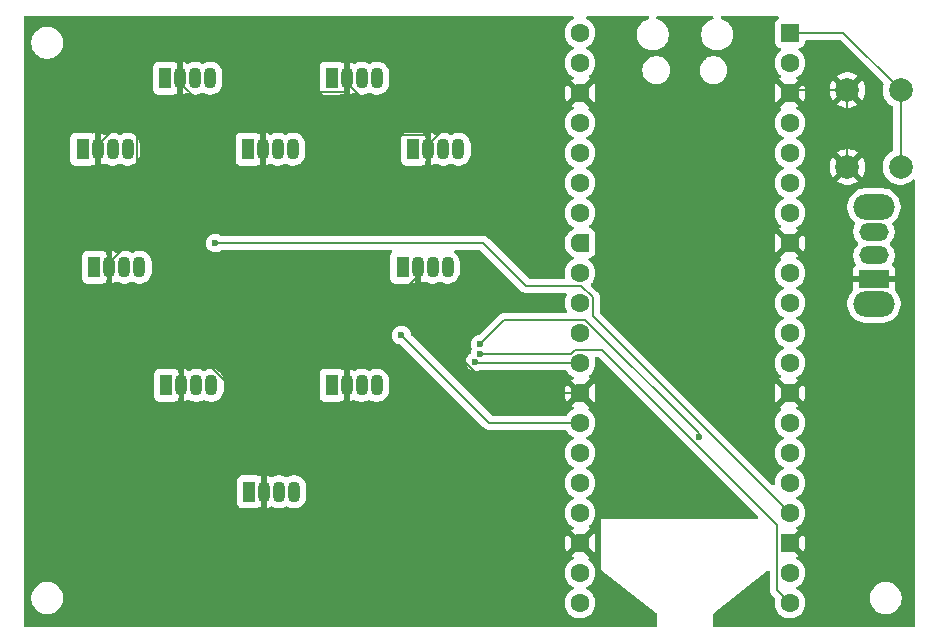
<source format=gbr>
%TF.GenerationSoftware,KiCad,Pcbnew,9.0.5*%
%TF.CreationDate,2025-10-04T16:27:51-04:00*%
%TF.ProjectId,LightBoard-Gift,4c696768-7442-46f6-9172-642d47696674,rev?*%
%TF.SameCoordinates,Original*%
%TF.FileFunction,Copper,L1,Top*%
%TF.FilePolarity,Positive*%
%FSLAX46Y46*%
G04 Gerber Fmt 4.6, Leading zero omitted, Abs format (unit mm)*
G04 Created by KiCad (PCBNEW 9.0.5) date 2025-10-04 16:27:51*
%MOMM*%
%LPD*%
G01*
G04 APERTURE LIST*
G04 Aperture macros list*
%AMRoundRect*
0 Rectangle with rounded corners*
0 $1 Rounding radius*
0 $2 $3 $4 $5 $6 $7 $8 $9 X,Y pos of 4 corners*
0 Add a 4 corners polygon primitive as box body*
4,1,4,$2,$3,$4,$5,$6,$7,$8,$9,$2,$3,0*
0 Add four circle primitives for the rounded corners*
1,1,$1+$1,$2,$3*
1,1,$1+$1,$4,$5*
1,1,$1+$1,$6,$7*
1,1,$1+$1,$8,$9*
0 Add four rect primitives between the rounded corners*
20,1,$1+$1,$2,$3,$4,$5,0*
20,1,$1+$1,$4,$5,$6,$7,0*
20,1,$1+$1,$6,$7,$8,$9,0*
20,1,$1+$1,$8,$9,$2,$3,0*%
%AMFreePoly0*
4,1,37,0.603843,0.796157,0.639018,0.796157,0.711114,0.766294,0.766294,0.711114,0.796157,0.639018,0.796157,0.603843,0.800000,0.600000,0.800000,-0.600000,0.796157,-0.603843,0.796157,-0.639018,0.766294,-0.711114,0.711114,-0.766294,0.639018,-0.796157,0.603843,-0.796157,0.600000,-0.800000,0.000000,-0.800000,0.000000,-0.796148,-0.078414,-0.796148,-0.232228,-0.765552,-0.377117,-0.705537,
-0.507515,-0.618408,-0.618408,-0.507515,-0.705537,-0.377117,-0.765552,-0.232228,-0.796148,-0.078414,-0.796148,0.078414,-0.765552,0.232228,-0.705537,0.377117,-0.618408,0.507515,-0.507515,0.618408,-0.377117,0.705537,-0.232228,0.765552,-0.078414,0.796148,0.000000,0.796148,0.000000,0.800000,0.600000,0.800000,0.603843,0.796157,0.603843,0.796157,$1*%
%AMFreePoly1*
4,1,37,0.000000,0.796148,0.078414,0.796148,0.232228,0.765552,0.377117,0.705537,0.507515,0.618408,0.618408,0.507515,0.705537,0.377117,0.765552,0.232228,0.796148,0.078414,0.796148,-0.078414,0.765552,-0.232228,0.705537,-0.377117,0.618408,-0.507515,0.507515,-0.618408,0.377117,-0.705537,0.232228,-0.765552,0.078414,-0.796148,0.000000,-0.796148,0.000000,-0.800000,-0.600000,-0.800000,
-0.603843,-0.796157,-0.639018,-0.796157,-0.711114,-0.766294,-0.766294,-0.711114,-0.796157,-0.639018,-0.796157,-0.603843,-0.800000,-0.600000,-0.800000,0.600000,-0.796157,0.603843,-0.796157,0.639018,-0.766294,0.711114,-0.711114,0.766294,-0.639018,0.796157,-0.603843,0.796157,-0.600000,0.800000,0.000000,0.800000,0.000000,0.796148,0.000000,0.796148,$1*%
G04 Aperture macros list end*
%TA.AperFunction,ComponentPad*%
%ADD10R,1.070000X1.800000*%
%TD*%
%TA.AperFunction,ComponentPad*%
%ADD11O,1.070000X1.800000*%
%TD*%
%TA.AperFunction,ComponentPad*%
%ADD12C,2.000000*%
%TD*%
%TA.AperFunction,ComponentPad*%
%ADD13O,3.500000X2.200000*%
%TD*%
%TA.AperFunction,ComponentPad*%
%ADD14R,2.500000X1.500000*%
%TD*%
%TA.AperFunction,ComponentPad*%
%ADD15O,2.500000X1.500000*%
%TD*%
%TA.AperFunction,ComponentPad*%
%ADD16RoundRect,0.200000X0.600000X0.600000X-0.600000X0.600000X-0.600000X-0.600000X0.600000X-0.600000X0*%
%TD*%
%TA.AperFunction,ComponentPad*%
%ADD17C,1.600000*%
%TD*%
%TA.AperFunction,ComponentPad*%
%ADD18FreePoly0,180.000000*%
%TD*%
%TA.AperFunction,ComponentPad*%
%ADD19FreePoly1,180.000000*%
%TD*%
%TA.AperFunction,ViaPad*%
%ADD20C,0.600000*%
%TD*%
%TA.AperFunction,Conductor*%
%ADD21C,0.200000*%
%TD*%
G04 APERTURE END LIST*
D10*
%TO.P,D5,1,RA*%
%TO.N,Net-(D5-RA)*%
X96095000Y-63000000D03*
D11*
%TO.P,D5,2,K*%
%TO.N,GND*%
X97365000Y-63000000D03*
%TO.P,D5,3,GA*%
%TO.N,unconnected-(D5-GA-Pad3)*%
X98635000Y-63000000D03*
%TO.P,D5,4,BA*%
%TO.N,unconnected-(D5-BA-Pad4)*%
X99905000Y-63000000D03*
%TD*%
D10*
%TO.P,D6,1,RA*%
%TO.N,Net-(D6-RA)*%
X89095000Y-54000000D03*
D11*
%TO.P,D6,2,K*%
%TO.N,GND*%
X90365000Y-54000000D03*
%TO.P,D6,3,GA*%
%TO.N,unconnected-(D6-GA-Pad3)*%
X91635000Y-54000000D03*
%TO.P,D6,4,BA*%
%TO.N,unconnected-(D6-BA-Pad4)*%
X92905000Y-54000000D03*
%TD*%
D10*
%TO.P,D7,1,RA*%
%TO.N,Net-(D7-RA)*%
X83000000Y-44000000D03*
D11*
%TO.P,D7,2,K*%
%TO.N,GND*%
X84270000Y-44000000D03*
%TO.P,D7,3,GA*%
%TO.N,unconnected-(D7-GA-Pad3)*%
X85540000Y-44000000D03*
%TO.P,D7,4,BA*%
%TO.N,unconnected-(D7-BA-Pad4)*%
X86810000Y-44000000D03*
%TD*%
D12*
%TO.P,SW1,1,1*%
%TO.N,Net-(A1-GPIO0)*%
X151250000Y-29000000D03*
X151250000Y-35500000D03*
%TO.P,SW1,2,2*%
%TO.N,GND*%
X146750000Y-29000000D03*
X146750000Y-35500000D03*
%TD*%
D10*
%TO.P,D8,1,RA*%
%TO.N,Net-(D8-RA)*%
X82000000Y-34000000D03*
D11*
%TO.P,D8,2,K*%
%TO.N,GND*%
X83270000Y-34000000D03*
%TO.P,D8,3,GA*%
%TO.N,unconnected-(D8-GA-Pad3)*%
X84540000Y-34000000D03*
%TO.P,D8,4,BA*%
%TO.N,unconnected-(D8-BA-Pad4)*%
X85810000Y-34000000D03*
%TD*%
D10*
%TO.P,D2,1,RA*%
%TO.N,Net-(D2-RA)*%
X110000000Y-34000000D03*
D11*
%TO.P,D2,2,K*%
%TO.N,GND*%
X111270000Y-34000000D03*
%TO.P,D2,3,GA*%
%TO.N,unconnected-(D2-GA-Pad3)*%
X112540000Y-34000000D03*
%TO.P,D2,4,BA*%
%TO.N,unconnected-(D2-BA-Pad4)*%
X113810000Y-34000000D03*
%TD*%
D10*
%TO.P,D1,1,RA*%
%TO.N,Net-(D1-RA)*%
X103095000Y-28000000D03*
D11*
%TO.P,D1,2,K*%
%TO.N,GND*%
X104365000Y-28000000D03*
%TO.P,D1,3,GA*%
%TO.N,unconnected-(D1-GA-Pad3)*%
X105635000Y-28000000D03*
%TO.P,D1,4,BA*%
%TO.N,unconnected-(D1-BA-Pad4)*%
X106905000Y-28000000D03*
%TD*%
D13*
%TO.P,SW2,*%
%TO.N,*%
X149000000Y-47100000D03*
X149000000Y-38900000D03*
D14*
%TO.P,SW2,1,1*%
%TO.N,GND*%
X149000000Y-45000000D03*
D15*
%TO.P,SW2,2,2*%
%TO.N,Net-(A1-GPIO4)*%
X149000000Y-43000000D03*
%TO.P,SW2,3*%
%TO.N,N/C*%
X149000000Y-41000000D03*
%TD*%
D10*
%TO.P,D9,1,RA*%
%TO.N,Net-(D9-RA)*%
X89000000Y-28000000D03*
D11*
%TO.P,D9,2,K*%
%TO.N,GND*%
X90270000Y-28000000D03*
%TO.P,D9,3,GA*%
%TO.N,unconnected-(D9-GA-Pad3)*%
X91540000Y-28000000D03*
%TO.P,D9,4,BA*%
%TO.N,unconnected-(D9-BA-Pad4)*%
X92810000Y-28000000D03*
%TD*%
D10*
%TO.P,D0,1,RA*%
%TO.N,Net-(D0-RA)*%
X96000000Y-34000000D03*
D11*
%TO.P,D0,2,K*%
%TO.N,GND*%
X97270000Y-34000000D03*
%TO.P,D0,3,GA*%
%TO.N,unconnected-(D0-GA-Pad3)*%
X98540000Y-34000000D03*
%TO.P,D0,4,BA*%
%TO.N,unconnected-(D0-BA-Pad4)*%
X99810000Y-34000000D03*
%TD*%
D10*
%TO.P,D3,1,RA*%
%TO.N,Net-(D3-RA)*%
X109095000Y-44000000D03*
D11*
%TO.P,D3,2,K*%
%TO.N,GND*%
X110365000Y-44000000D03*
%TO.P,D3,3,GA*%
%TO.N,unconnected-(D3-GA-Pad3)*%
X111635000Y-44000000D03*
%TO.P,D3,4,BA*%
%TO.N,unconnected-(D3-BA-Pad4)*%
X112905000Y-44000000D03*
%TD*%
D10*
%TO.P,D4,1,RA*%
%TO.N,Net-(D4-RA)*%
X103095000Y-54000000D03*
D11*
%TO.P,D4,2,K*%
%TO.N,GND*%
X104365000Y-54000000D03*
%TO.P,D4,3,GA*%
%TO.N,unconnected-(D4-GA-Pad3)*%
X105635000Y-54000000D03*
%TO.P,D4,4,BA*%
%TO.N,unconnected-(D4-BA-Pad4)*%
X106905000Y-54000000D03*
%TD*%
D16*
%TO.P,A1,1,GPIO0*%
%TO.N,Net-(A1-GPIO0)*%
X141890000Y-24157500D03*
D17*
%TO.P,A1,2,GPIO1*%
%TO.N,unconnected-(A1-GPIO1-Pad2)*%
X141890000Y-26697500D03*
D18*
%TO.P,A1,3,GND*%
%TO.N,GND*%
X141890000Y-29237500D03*
D17*
%TO.P,A1,4,GPIO2*%
%TO.N,unconnected-(A1-GPIO2-Pad4)*%
X141890000Y-31777500D03*
%TO.P,A1,5,GPIO3*%
%TO.N,unconnected-(A1-GPIO3-Pad5)*%
X141890000Y-34317500D03*
%TO.P,A1,6,GPIO4*%
%TO.N,Net-(A1-GPIO4)*%
X141890000Y-36857500D03*
%TO.P,A1,7,GPIO5*%
%TO.N,unconnected-(A1-GPIO5-Pad7)*%
X141890000Y-39397500D03*
D18*
%TO.P,A1,8,GND*%
%TO.N,GND*%
X141890000Y-41937500D03*
D17*
%TO.P,A1,9,GPIO6*%
%TO.N,unconnected-(A1-GPIO6-Pad9)*%
X141890000Y-44477500D03*
%TO.P,A1,10,GPIO7*%
%TO.N,unconnected-(A1-GPIO7-Pad10)*%
X141890000Y-47017500D03*
%TO.P,A1,11,GPIO8*%
%TO.N,unconnected-(A1-GPIO8-Pad11)*%
X141890000Y-49557500D03*
%TO.P,A1,12,GPIO9*%
%TO.N,unconnected-(A1-GPIO9-Pad12)*%
X141890000Y-52097500D03*
D18*
%TO.P,A1,13,GND*%
%TO.N,GND*%
X141890000Y-54637500D03*
D17*
%TO.P,A1,14,GPIO10*%
%TO.N,unconnected-(A1-GPIO10-Pad14)*%
X141890000Y-57177500D03*
%TO.P,A1,15,GPIO11*%
%TO.N,unconnected-(A1-GPIO11-Pad15)*%
X141890000Y-59717500D03*
%TO.P,A1,16,GPIO12*%
%TO.N,unconnected-(A1-GPIO12-Pad16)*%
X141890000Y-62257500D03*
%TO.P,A1,17,GPIO13*%
%TO.N,RED9*%
X141890000Y-64797500D03*
D18*
%TO.P,A1,18,GND*%
%TO.N,GND*%
X141890000Y-67337500D03*
D17*
%TO.P,A1,19,GPIO14*%
%TO.N,RED8*%
X141890000Y-69877500D03*
%TO.P,A1,20,GPIO15*%
%TO.N,RED7*%
X141890000Y-72417500D03*
%TO.P,A1,21,GPIO16*%
%TO.N,RED5*%
X124110000Y-72417500D03*
%TO.P,A1,22,GPIO17*%
%TO.N,RED4*%
X124110000Y-69877500D03*
D19*
%TO.P,A1,23,GND*%
%TO.N,GND*%
X124110000Y-67337500D03*
D17*
%TO.P,A1,24,GPIO18*%
%TO.N,RED3*%
X124110000Y-64797500D03*
%TO.P,A1,25,GPIO19*%
%TO.N,RED2*%
X124110000Y-62257500D03*
%TO.P,A1,26,GPIO20*%
%TO.N,RED1*%
X124110000Y-59717500D03*
%TO.P,A1,27,GPIO21*%
%TO.N,RED0*%
X124110000Y-57177500D03*
D19*
%TO.P,A1,28,GND*%
%TO.N,GND*%
X124110000Y-54637500D03*
D17*
%TO.P,A1,29,GPIO22*%
%TO.N,RED6*%
X124110000Y-52097500D03*
%TO.P,A1,30,RUN*%
%TO.N,unconnected-(A1-RUN-Pad30)*%
X124110000Y-49557500D03*
%TO.P,A1,31,GPIO26_ADC0*%
%TO.N,unconnected-(A1-GPIO26_ADC0-Pad31)*%
X124110000Y-47017500D03*
%TO.P,A1,32,GPIO27_ADC1*%
%TO.N,unconnected-(A1-GPIO27_ADC1-Pad32)*%
X124110000Y-44477500D03*
D19*
%TO.P,A1,33,AGND*%
%TO.N,unconnected-(A1-AGND-Pad33)*%
X124110000Y-41937500D03*
D17*
%TO.P,A1,34,GPIO28_ADC2*%
%TO.N,unconnected-(A1-GPIO28_ADC2-Pad34)*%
X124110000Y-39397500D03*
%TO.P,A1,35,ADC_VREF*%
%TO.N,unconnected-(A1-ADC_VREF-Pad35)*%
X124110000Y-36857500D03*
%TO.P,A1,36,3V3*%
%TO.N,unconnected-(A1-3V3-Pad36)*%
X124110000Y-34317500D03*
%TO.P,A1,37,3V3_EN*%
%TO.N,unconnected-(A1-3V3_EN-Pad37)*%
X124110000Y-31777500D03*
D19*
%TO.P,A1,38,GND*%
%TO.N,GND*%
X124110000Y-29237500D03*
D17*
%TO.P,A1,39,VSYS*%
%TO.N,unconnected-(A1-VSYS-Pad39)*%
X124110000Y-26697500D03*
%TO.P,A1,40,VBUS*%
%TO.N,unconnected-(A1-VBUS-Pad40)*%
X124110000Y-24157500D03*
%TD*%
D20*
%TO.N,RED7*%
X115650000Y-51307179D03*
%TO.N,RED6*%
X115250000Y-52000000D03*
%TO.N,RED0*%
X109000000Y-49750000D03*
%TO.N,RED8*%
X134151933Y-58348067D03*
X115650000Y-50507176D03*
%TO.N,RED9*%
X93237497Y-41949997D03*
%TD*%
D21*
%TO.N,RED7*%
X140784000Y-65828664D02*
X140784000Y-71311500D01*
X123653950Y-50996500D02*
X125951836Y-50996500D01*
X125951836Y-50996500D02*
X140784000Y-65828664D01*
X115650000Y-51307179D02*
X123343271Y-51307179D01*
X140784000Y-71311500D02*
X141890000Y-72417500D01*
X123343271Y-51307179D02*
X123653950Y-50996500D01*
%TO.N,RED6*%
X115347500Y-52097500D02*
X124110000Y-52097500D01*
X115250000Y-52000000D02*
X115347500Y-52097500D01*
%TO.N,RED0*%
X116427500Y-57177500D02*
X124110000Y-57177500D01*
X109000000Y-49750000D02*
X116427500Y-57177500D01*
%TO.N,GND*%
X146750000Y-29000000D02*
X142127500Y-29000000D01*
X97365000Y-58000000D02*
X97365000Y-56912717D01*
X104365000Y-28365000D02*
X108799000Y-32799000D01*
X146262500Y-29237500D02*
X146500000Y-29000000D01*
X97270000Y-34000000D02*
X97270000Y-32000000D01*
X86646000Y-30646000D02*
X86452500Y-30452500D01*
X104365000Y-55100000D02*
X101465000Y-58000000D01*
X104365000Y-50767000D02*
X110365000Y-44767000D01*
X104365000Y-29100000D02*
X104365000Y-28000000D01*
X97365000Y-56912717D02*
X90452283Y-50000000D01*
X111270000Y-34000000D02*
X111270000Y-33635000D01*
X86452500Y-30452500D02*
X86857500Y-30047500D01*
X90365000Y-50000000D02*
X90365000Y-54000000D01*
X146750000Y-35500000D02*
X146750000Y-29000000D01*
X110365000Y-47964943D02*
X117037557Y-54637500D01*
X111270000Y-33635000D02*
X115925000Y-28980000D01*
X84270000Y-43635000D02*
X86646000Y-41259000D01*
X93905000Y-32000000D02*
X97270000Y-32000000D01*
X84270000Y-44000000D02*
X84270000Y-43635000D01*
X86857500Y-30047500D02*
X91952500Y-30047500D01*
X104264000Y-29201000D02*
X104365000Y-29100000D01*
X90270000Y-28365000D02*
X91952500Y-30047500D01*
X97270000Y-31788000D02*
X99857000Y-29201000D01*
X90452283Y-50000000D02*
X90365000Y-50000000D01*
X110365000Y-44000000D02*
X110365000Y-47964943D01*
X117037557Y-54637500D02*
X124110000Y-54637500D01*
X104365000Y-54000000D02*
X104365000Y-55100000D01*
X110365000Y-44767000D02*
X110365000Y-44000000D01*
X104365000Y-54000000D02*
X104365000Y-50767000D01*
X97365000Y-63000000D02*
X97365000Y-58000000D01*
X97270000Y-32000000D02*
X97270000Y-31788000D01*
X91952500Y-30047500D02*
X93905000Y-32000000D01*
X104365000Y-28000000D02*
X104365000Y-28365000D01*
X90270000Y-28000000D02*
X90270000Y-28365000D01*
X90365000Y-44978000D02*
X90365000Y-50000000D01*
X83270000Y-34000000D02*
X83270000Y-33635000D01*
X111270000Y-32900000D02*
X111270000Y-34000000D01*
X99857000Y-29201000D02*
X104264000Y-29201000D01*
X142127500Y-29000000D02*
X141890000Y-29237500D01*
X86646000Y-41259000D02*
X86646000Y-30646000D01*
X101465000Y-58000000D02*
X97365000Y-58000000D01*
X86646000Y-41259000D02*
X90365000Y-44978000D01*
X83270000Y-33635000D02*
X86452500Y-30452500D01*
X111169000Y-32799000D02*
X111270000Y-32900000D01*
X108799000Y-32799000D02*
X111169000Y-32799000D01*
%TO.N,RED8*%
X124566050Y-48456500D02*
X117700676Y-48456500D01*
X115650000Y-50507176D02*
X115694297Y-50551473D01*
X117700676Y-48456500D02*
X115650000Y-50507176D01*
X134151933Y-58042383D02*
X124566050Y-48456500D01*
X134151933Y-58348067D02*
X134151933Y-58042383D01*
%TO.N,RED9*%
X125211000Y-46561450D02*
X124228050Y-45578500D01*
X119541500Y-45578500D02*
X115912997Y-41949997D01*
X125211000Y-48118500D02*
X125211000Y-46561450D01*
X141890000Y-64797500D02*
X125211000Y-48118500D01*
X115912997Y-41949997D02*
X93237497Y-41949997D01*
X124228050Y-45578500D02*
X119541500Y-45578500D01*
%TO.N,Net-(A1-GPIO0)*%
X151250000Y-29000000D02*
X151250000Y-35500000D01*
X141890000Y-24157500D02*
X146407500Y-24157500D01*
X146407500Y-24157500D02*
X151250000Y-29000000D01*
%TD*%
%TA.AperFunction,Conductor*%
%TO.N,GND*%
G36*
X123557338Y-22770185D02*
G01*
X123603093Y-22822989D01*
X123613037Y-22892147D01*
X123584012Y-22955703D01*
X123546594Y-22984985D01*
X123428385Y-23045215D01*
X123262786Y-23165528D01*
X123118028Y-23310286D01*
X122997715Y-23475886D01*
X122904781Y-23658276D01*
X122841522Y-23852965D01*
X122809500Y-24055148D01*
X122809500Y-24259851D01*
X122841522Y-24462034D01*
X122904781Y-24656723D01*
X122956385Y-24758000D01*
X122984976Y-24814113D01*
X122997715Y-24839113D01*
X123118028Y-25004713D01*
X123262786Y-25149471D01*
X123410630Y-25256884D01*
X123428390Y-25269787D01*
X123513139Y-25312969D01*
X123521080Y-25317015D01*
X123571876Y-25364990D01*
X123588671Y-25432811D01*
X123566134Y-25498946D01*
X123521080Y-25537985D01*
X123428386Y-25585215D01*
X123262786Y-25705528D01*
X123118028Y-25850286D01*
X122997715Y-26015886D01*
X122904781Y-26198276D01*
X122841522Y-26392965D01*
X122809500Y-26595148D01*
X122809500Y-26799851D01*
X122841522Y-27002034D01*
X122904781Y-27196723D01*
X122997715Y-27379113D01*
X123118028Y-27544713D01*
X123262786Y-27689471D01*
X123428388Y-27809786D01*
X123428390Y-27809787D01*
X123514294Y-27853557D01*
X123565090Y-27901531D01*
X123581886Y-27969352D01*
X123559349Y-28035487D01*
X123516455Y-28073399D01*
X123450497Y-28108655D01*
X123381086Y-28155034D01*
X123381085Y-28155034D01*
X123980589Y-28754537D01*
X123917007Y-28771575D01*
X123802993Y-28837401D01*
X123709901Y-28930493D01*
X123644075Y-29044507D01*
X123627037Y-29108088D01*
X123027534Y-28508585D01*
X123027534Y-28508586D01*
X122981158Y-28577993D01*
X122934490Y-28665301D01*
X122874185Y-28810887D01*
X122845444Y-28905635D01*
X122814701Y-29060197D01*
X122814701Y-29060200D01*
X122805000Y-29158710D01*
X122805000Y-29316289D01*
X122814701Y-29414799D01*
X122814701Y-29414802D01*
X122845444Y-29569364D01*
X122874185Y-29664112D01*
X122934490Y-29809698D01*
X122981155Y-29897001D01*
X122981161Y-29897011D01*
X123027534Y-29966412D01*
X123627037Y-29366910D01*
X123644075Y-29430493D01*
X123709901Y-29544507D01*
X123802993Y-29637599D01*
X123917007Y-29703425D01*
X123980589Y-29720462D01*
X123381085Y-30319965D01*
X123450488Y-30366338D01*
X123450498Y-30366344D01*
X123516454Y-30401599D01*
X123566298Y-30450562D01*
X123581758Y-30518700D01*
X123557926Y-30584379D01*
X123514295Y-30621442D01*
X123428386Y-30665215D01*
X123262786Y-30785528D01*
X123118028Y-30930286D01*
X122997715Y-31095886D01*
X122904781Y-31278276D01*
X122841522Y-31472965D01*
X122809500Y-31675148D01*
X122809500Y-31879851D01*
X122841522Y-32082034D01*
X122904781Y-32276723D01*
X122997715Y-32459113D01*
X123118028Y-32624713D01*
X123262786Y-32769471D01*
X123417749Y-32882056D01*
X123428390Y-32889787D01*
X123519840Y-32936383D01*
X123521080Y-32937015D01*
X123571876Y-32984990D01*
X123588671Y-33052811D01*
X123566134Y-33118946D01*
X123521080Y-33157985D01*
X123428386Y-33205215D01*
X123262786Y-33325528D01*
X123118028Y-33470286D01*
X122997715Y-33635886D01*
X122904781Y-33818276D01*
X122841522Y-34012965D01*
X122809500Y-34215148D01*
X122809500Y-34419851D01*
X122841522Y-34622034D01*
X122904781Y-34816723D01*
X122959543Y-34924197D01*
X122991788Y-34987482D01*
X122997715Y-34999113D01*
X123118028Y-35164713D01*
X123262786Y-35309471D01*
X123417749Y-35422056D01*
X123428390Y-35429787D01*
X123519840Y-35476383D01*
X123521080Y-35477015D01*
X123571876Y-35524990D01*
X123588671Y-35592811D01*
X123566134Y-35658946D01*
X123521080Y-35697985D01*
X123428386Y-35745215D01*
X123262786Y-35865528D01*
X123118028Y-36010286D01*
X122997715Y-36175886D01*
X122904781Y-36358276D01*
X122841522Y-36552965D01*
X122809500Y-36755148D01*
X122809500Y-36959851D01*
X122841522Y-37162034D01*
X122904781Y-37356723D01*
X122997715Y-37539113D01*
X123118028Y-37704713D01*
X123262786Y-37849471D01*
X123417749Y-37962056D01*
X123428390Y-37969787D01*
X123519840Y-38016383D01*
X123521080Y-38017015D01*
X123571876Y-38064990D01*
X123588671Y-38132811D01*
X123566134Y-38198946D01*
X123521080Y-38237985D01*
X123428386Y-38285215D01*
X123262786Y-38405528D01*
X123118028Y-38550286D01*
X122997715Y-38715886D01*
X122904781Y-38898276D01*
X122841522Y-39092965D01*
X122809500Y-39295148D01*
X122809500Y-39499851D01*
X122841522Y-39702034D01*
X122904781Y-39896723D01*
X122997715Y-40079113D01*
X123118028Y-40244713D01*
X123262786Y-40389471D01*
X123428385Y-40509784D01*
X123428387Y-40509785D01*
X123428390Y-40509787D01*
X123513754Y-40553282D01*
X123564550Y-40601257D01*
X123581345Y-40669078D01*
X123558808Y-40735212D01*
X123515914Y-40773124D01*
X123450228Y-40808234D01*
X123450200Y-40808251D01*
X123319206Y-40895778D01*
X123319194Y-40895787D01*
X123319189Y-40895790D01*
X123319189Y-40895791D01*
X123242588Y-40958657D01*
X123242585Y-40958660D01*
X123242582Y-40958662D01*
X123131162Y-41070082D01*
X123131160Y-41070085D01*
X123131157Y-41070088D01*
X123102959Y-41104447D01*
X123068287Y-41146694D01*
X123068278Y-41146706D01*
X122980751Y-41277700D01*
X122980734Y-41277728D01*
X122934031Y-41365103D01*
X122934029Y-41365108D01*
X122873722Y-41510700D01*
X122865623Y-41537401D01*
X122844956Y-41605532D01*
X122844955Y-41605536D01*
X122844955Y-41605537D01*
X122814211Y-41760099D01*
X122814211Y-41760102D01*
X122808839Y-41814648D01*
X122804500Y-41858707D01*
X122804500Y-42016293D01*
X122805736Y-42028839D01*
X122814211Y-42114897D01*
X122814211Y-42114900D01*
X122814213Y-42114910D01*
X122844956Y-42269468D01*
X122863066Y-42329169D01*
X122873722Y-42364299D01*
X122934029Y-42509891D01*
X122934031Y-42509896D01*
X122980734Y-42597271D01*
X122980751Y-42597299D01*
X123068278Y-42728293D01*
X123068286Y-42728304D01*
X123068291Y-42728311D01*
X123131157Y-42804912D01*
X123242588Y-42916343D01*
X123319189Y-42979209D01*
X123319198Y-42979215D01*
X123319206Y-42979221D01*
X123450200Y-43066748D01*
X123450205Y-43066751D01*
X123450217Y-43066759D01*
X123450226Y-43066763D01*
X123450228Y-43066765D01*
X123515912Y-43101874D01*
X123565757Y-43150836D01*
X123581217Y-43218974D01*
X123557385Y-43284654D01*
X123513755Y-43321716D01*
X123428388Y-43365213D01*
X123262786Y-43485528D01*
X123118028Y-43630286D01*
X122997715Y-43795886D01*
X122904781Y-43978276D01*
X122841522Y-44172965D01*
X122809500Y-44375148D01*
X122809500Y-44579851D01*
X122841523Y-44782035D01*
X122841524Y-44782042D01*
X122852455Y-44815683D01*
X122854450Y-44885524D01*
X122818369Y-44945356D01*
X122755668Y-44976184D01*
X122734524Y-44978000D01*
X119841597Y-44978000D01*
X119774558Y-44958315D01*
X119753916Y-44941681D01*
X116400587Y-41588352D01*
X116400585Y-41588349D01*
X116281714Y-41469478D01*
X116281713Y-41469477D01*
X116194901Y-41419357D01*
X116194901Y-41419356D01*
X116194897Y-41419355D01*
X116144782Y-41390420D01*
X115992054Y-41349496D01*
X115833940Y-41349496D01*
X115826344Y-41349496D01*
X115826328Y-41349497D01*
X93817263Y-41349497D01*
X93750224Y-41329812D01*
X93748372Y-41328599D01*
X93616682Y-41240606D01*
X93616669Y-41240599D01*
X93470998Y-41180261D01*
X93470986Y-41180258D01*
X93316342Y-41149497D01*
X93316339Y-41149497D01*
X93158655Y-41149497D01*
X93158652Y-41149497D01*
X93004007Y-41180258D01*
X93003995Y-41180261D01*
X92858324Y-41240599D01*
X92858311Y-41240606D01*
X92727208Y-41328207D01*
X92727204Y-41328210D01*
X92615710Y-41439704D01*
X92615707Y-41439708D01*
X92528106Y-41570811D01*
X92528099Y-41570824D01*
X92467761Y-41716495D01*
X92467758Y-41716507D01*
X92436997Y-41871150D01*
X92436997Y-42028843D01*
X92467758Y-42183486D01*
X92467761Y-42183498D01*
X92528099Y-42329169D01*
X92528106Y-42329182D01*
X92615707Y-42460285D01*
X92615710Y-42460289D01*
X92727204Y-42571783D01*
X92727208Y-42571786D01*
X92858311Y-42659387D01*
X92858324Y-42659394D01*
X93003995Y-42719732D01*
X93004000Y-42719734D01*
X93150164Y-42748808D01*
X93158650Y-42750496D01*
X93158653Y-42750497D01*
X93158655Y-42750497D01*
X93316341Y-42750497D01*
X93316342Y-42750496D01*
X93470994Y-42719734D01*
X93583663Y-42673064D01*
X93616669Y-42659394D01*
X93616669Y-42659393D01*
X93616676Y-42659391D01*
X93646035Y-42639774D01*
X93748372Y-42571395D01*
X93815050Y-42550517D01*
X93817263Y-42550497D01*
X108098431Y-42550497D01*
X108165470Y-42570182D01*
X108211225Y-42622986D01*
X108221169Y-42692144D01*
X108197697Y-42748808D01*
X108116206Y-42857664D01*
X108116202Y-42857671D01*
X108065908Y-42992517D01*
X108059501Y-43052116D01*
X108059501Y-43052123D01*
X108059500Y-43052135D01*
X108059500Y-44947870D01*
X108059501Y-44947876D01*
X108065908Y-45007483D01*
X108116202Y-45142328D01*
X108116206Y-45142335D01*
X108202452Y-45257544D01*
X108202455Y-45257547D01*
X108317664Y-45343793D01*
X108317671Y-45343797D01*
X108452517Y-45394091D01*
X108452516Y-45394091D01*
X108459444Y-45394835D01*
X108512127Y-45400500D01*
X109677872Y-45400499D01*
X109737483Y-45394091D01*
X109872331Y-45343796D01*
X109872335Y-45343792D01*
X109880118Y-45339544D01*
X109881190Y-45341507D01*
X109935082Y-45321401D01*
X109991394Y-45330523D01*
X110063101Y-45360225D01*
X110063109Y-45360227D01*
X110114999Y-45370549D01*
X110115000Y-45370549D01*
X110115000Y-45054230D01*
X110122819Y-45010895D01*
X110124089Y-45007488D01*
X110124091Y-45007483D01*
X110130500Y-44947873D01*
X110130499Y-44384226D01*
X110191306Y-44419333D01*
X110305756Y-44450000D01*
X110424244Y-44450000D01*
X110538694Y-44419333D01*
X110599500Y-44384226D01*
X110599500Y-44466989D01*
X110612617Y-44532929D01*
X110615000Y-44557122D01*
X110615000Y-45370549D01*
X110666890Y-45360227D01*
X110666898Y-45360225D01*
X110855252Y-45282206D01*
X110855256Y-45282204D01*
X110930658Y-45231822D01*
X110997336Y-45210944D01*
X111064716Y-45229428D01*
X111068401Y-45231796D01*
X111144507Y-45282648D01*
X111144509Y-45282649D01*
X111144513Y-45282651D01*
X111332951Y-45360704D01*
X111332956Y-45360706D01*
X111332960Y-45360706D01*
X111332961Y-45360707D01*
X111533009Y-45400500D01*
X111533012Y-45400500D01*
X111736990Y-45400500D01*
X111871579Y-45373727D01*
X111937044Y-45360706D01*
X112125493Y-45282648D01*
X112201109Y-45232123D01*
X112267786Y-45211245D01*
X112335166Y-45229729D01*
X112338891Y-45232123D01*
X112414501Y-45282644D01*
X112414507Y-45282648D01*
X112414509Y-45282649D01*
X112414513Y-45282651D01*
X112602951Y-45360704D01*
X112602956Y-45360706D01*
X112602960Y-45360706D01*
X112602961Y-45360707D01*
X112803009Y-45400500D01*
X112803012Y-45400500D01*
X113006990Y-45400500D01*
X113141579Y-45373727D01*
X113207044Y-45360706D01*
X113395493Y-45282648D01*
X113396158Y-45282204D01*
X113471109Y-45232123D01*
X113565093Y-45169325D01*
X113709325Y-45025093D01*
X113822648Y-44855493D01*
X113900706Y-44667044D01*
X113922571Y-44557122D01*
X113940500Y-44466990D01*
X113940500Y-43533009D01*
X113900707Y-43332961D01*
X113900706Y-43332960D01*
X113900706Y-43332956D01*
X113895361Y-43320052D01*
X113822651Y-43144513D01*
X113822644Y-43144500D01*
X113709325Y-42974907D01*
X113709322Y-42974903D01*
X113565096Y-42830677D01*
X113565092Y-42830674D01*
X113485660Y-42777599D01*
X113440855Y-42723987D01*
X113432148Y-42654662D01*
X113462303Y-42591634D01*
X113521746Y-42554915D01*
X113554551Y-42550497D01*
X115612900Y-42550497D01*
X115679939Y-42570182D01*
X115700581Y-42586816D01*
X119056639Y-45942874D01*
X119056649Y-45942885D01*
X119060979Y-45947215D01*
X119060980Y-45947216D01*
X119172784Y-46059020D01*
X119259595Y-46109139D01*
X119259597Y-46109141D01*
X119297651Y-46131111D01*
X119309715Y-46138077D01*
X119462443Y-46179000D01*
X122875303Y-46179000D01*
X122942342Y-46198685D01*
X122988097Y-46251489D01*
X122998041Y-46320647D01*
X122985788Y-46359292D01*
X122967177Y-46395818D01*
X122904781Y-46518276D01*
X122841522Y-46712965D01*
X122809500Y-46915148D01*
X122809500Y-47119851D01*
X122841522Y-47322034D01*
X122904781Y-47516723D01*
X122985788Y-47675705D01*
X122998684Y-47744374D01*
X122972408Y-47809114D01*
X122915302Y-47849372D01*
X122875303Y-47856000D01*
X117787346Y-47856000D01*
X117787330Y-47855999D01*
X117779734Y-47855999D01*
X117621619Y-47855999D01*
X117514263Y-47884765D01*
X117468886Y-47896924D01*
X117468885Y-47896925D01*
X117418772Y-47925859D01*
X117418771Y-47925860D01*
X117396275Y-47938848D01*
X117331961Y-47975979D01*
X117331958Y-47975981D01*
X115635339Y-49672601D01*
X115574016Y-49706086D01*
X115571850Y-49706537D01*
X115416508Y-49737437D01*
X115416498Y-49737440D01*
X115270827Y-49797778D01*
X115270814Y-49797785D01*
X115139711Y-49885386D01*
X115139707Y-49885389D01*
X115028213Y-49996883D01*
X115028210Y-49996887D01*
X114940609Y-50127990D01*
X114940602Y-50128003D01*
X114880264Y-50273674D01*
X114880261Y-50273686D01*
X114849500Y-50428329D01*
X114849500Y-50586022D01*
X114880261Y-50740665D01*
X114880264Y-50740677D01*
X114929575Y-50859725D01*
X114937044Y-50929194D01*
X114929575Y-50954629D01*
X114880264Y-51073677D01*
X114880261Y-51073689D01*
X114849500Y-51228332D01*
X114849500Y-51238572D01*
X114829815Y-51305611D01*
X114794392Y-51341674D01*
X114739707Y-51378213D01*
X114628213Y-51489707D01*
X114628210Y-51489711D01*
X114540609Y-51620814D01*
X114540602Y-51620827D01*
X114480264Y-51766498D01*
X114480261Y-51766510D01*
X114449500Y-51921153D01*
X114449500Y-52078846D01*
X114480261Y-52233489D01*
X114480264Y-52233501D01*
X114540602Y-52379172D01*
X114540609Y-52379185D01*
X114628210Y-52510288D01*
X114628213Y-52510292D01*
X114739707Y-52621786D01*
X114739711Y-52621789D01*
X114870814Y-52709390D01*
X114870827Y-52709397D01*
X115012737Y-52768177D01*
X115016503Y-52769737D01*
X115171153Y-52800499D01*
X115171156Y-52800500D01*
X115171158Y-52800500D01*
X115328844Y-52800500D01*
X115328845Y-52800499D01*
X115483497Y-52769737D01*
X115549362Y-52742455D01*
X115633900Y-52707439D01*
X115681352Y-52698000D01*
X122880398Y-52698000D01*
X122947437Y-52717685D01*
X122990882Y-52765704D01*
X122992143Y-52768178D01*
X122997715Y-52779114D01*
X123118028Y-52944713D01*
X123262786Y-53089471D01*
X123428388Y-53209786D01*
X123428390Y-53209787D01*
X123514294Y-53253557D01*
X123565090Y-53301531D01*
X123581886Y-53369352D01*
X123559349Y-53435487D01*
X123516455Y-53473399D01*
X123450497Y-53508655D01*
X123381086Y-53555034D01*
X123381085Y-53555034D01*
X123980589Y-54154537D01*
X123917007Y-54171575D01*
X123802993Y-54237401D01*
X123709901Y-54330493D01*
X123644075Y-54444507D01*
X123627037Y-54508088D01*
X123027534Y-53908585D01*
X123027534Y-53908586D01*
X122981158Y-53977993D01*
X122934490Y-54065301D01*
X122874185Y-54210887D01*
X122845444Y-54305635D01*
X122814701Y-54460197D01*
X122814701Y-54460200D01*
X122805000Y-54558710D01*
X122805000Y-54716289D01*
X122814701Y-54814799D01*
X122814701Y-54814802D01*
X122845444Y-54969364D01*
X122874185Y-55064112D01*
X122934490Y-55209698D01*
X122981155Y-55297001D01*
X122981161Y-55297011D01*
X123027534Y-55366412D01*
X123627037Y-54766910D01*
X123644075Y-54830493D01*
X123709901Y-54944507D01*
X123802993Y-55037599D01*
X123917007Y-55103425D01*
X123980589Y-55120462D01*
X123381085Y-55719965D01*
X123450488Y-55766338D01*
X123450498Y-55766344D01*
X123516454Y-55801599D01*
X123566298Y-55850562D01*
X123581758Y-55918700D01*
X123557926Y-55984379D01*
X123514295Y-56021442D01*
X123428386Y-56065215D01*
X123262786Y-56185528D01*
X123118028Y-56330286D01*
X122997715Y-56495885D01*
X122990883Y-56509295D01*
X122942909Y-56560091D01*
X122880398Y-56577000D01*
X116727597Y-56577000D01*
X116660558Y-56557315D01*
X116639916Y-56540681D01*
X109834574Y-49735339D01*
X109801089Y-49674016D01*
X109800638Y-49671849D01*
X109769738Y-49516510D01*
X109769737Y-49516503D01*
X109744323Y-49455148D01*
X109709397Y-49370827D01*
X109709390Y-49370814D01*
X109621789Y-49239711D01*
X109621786Y-49239707D01*
X109510292Y-49128213D01*
X109510288Y-49128210D01*
X109379185Y-49040609D01*
X109379172Y-49040602D01*
X109233501Y-48980264D01*
X109233489Y-48980261D01*
X109078845Y-48949500D01*
X109078842Y-48949500D01*
X108921158Y-48949500D01*
X108921155Y-48949500D01*
X108766510Y-48980261D01*
X108766498Y-48980264D01*
X108620827Y-49040602D01*
X108620814Y-49040609D01*
X108489711Y-49128210D01*
X108489707Y-49128213D01*
X108378213Y-49239707D01*
X108378210Y-49239711D01*
X108290609Y-49370814D01*
X108290602Y-49370827D01*
X108230264Y-49516498D01*
X108230261Y-49516510D01*
X108199500Y-49671153D01*
X108199500Y-49828846D01*
X108230261Y-49983489D01*
X108230264Y-49983501D01*
X108290602Y-50129172D01*
X108290609Y-50129185D01*
X108378210Y-50260288D01*
X108378213Y-50260292D01*
X108489707Y-50371786D01*
X108489711Y-50371789D01*
X108620814Y-50459390D01*
X108620827Y-50459397D01*
X108761322Y-50517591D01*
X108766503Y-50519737D01*
X108831147Y-50532595D01*
X108921849Y-50550638D01*
X108983760Y-50583023D01*
X108985339Y-50584574D01*
X115942639Y-57541874D01*
X115942649Y-57541885D01*
X115946979Y-57546215D01*
X115946980Y-57546216D01*
X116058784Y-57658020D01*
X116127282Y-57697567D01*
X116195715Y-57737077D01*
X116348442Y-57778000D01*
X116348443Y-57778000D01*
X122880398Y-57778000D01*
X122947437Y-57797685D01*
X122990883Y-57845705D01*
X122997715Y-57859114D01*
X123118028Y-58024713D01*
X123262786Y-58169471D01*
X123417749Y-58282056D01*
X123428390Y-58289787D01*
X123519840Y-58336383D01*
X123521080Y-58337015D01*
X123571876Y-58384990D01*
X123588671Y-58452811D01*
X123566134Y-58518946D01*
X123521080Y-58557985D01*
X123428386Y-58605215D01*
X123262786Y-58725528D01*
X123118028Y-58870286D01*
X122997715Y-59035886D01*
X122904781Y-59218276D01*
X122841522Y-59412965D01*
X122809500Y-59615148D01*
X122809500Y-59819851D01*
X122841522Y-60022034D01*
X122904781Y-60216723D01*
X122997715Y-60399113D01*
X123118028Y-60564713D01*
X123262786Y-60709471D01*
X123417749Y-60822056D01*
X123428390Y-60829787D01*
X123519840Y-60876383D01*
X123521080Y-60877015D01*
X123571876Y-60924990D01*
X123588671Y-60992811D01*
X123566134Y-61058946D01*
X123521080Y-61097985D01*
X123428386Y-61145215D01*
X123262786Y-61265528D01*
X123118028Y-61410286D01*
X122997715Y-61575886D01*
X122904781Y-61758276D01*
X122841522Y-61952965D01*
X122809500Y-62155148D01*
X122809500Y-62359851D01*
X122841522Y-62562034D01*
X122904781Y-62756723D01*
X122997715Y-62939113D01*
X123118028Y-63104713D01*
X123262786Y-63249471D01*
X123415043Y-63360090D01*
X123428390Y-63369787D01*
X123519840Y-63416383D01*
X123521080Y-63417015D01*
X123571876Y-63464990D01*
X123588671Y-63532811D01*
X123566134Y-63598946D01*
X123521080Y-63637985D01*
X123428386Y-63685215D01*
X123262786Y-63805528D01*
X123118028Y-63950286D01*
X122997715Y-64115886D01*
X122904781Y-64298276D01*
X122841522Y-64492965D01*
X122809500Y-64695148D01*
X122809500Y-64899851D01*
X122841522Y-65102034D01*
X122904781Y-65296723D01*
X122997715Y-65479113D01*
X123118028Y-65644713D01*
X123262786Y-65789471D01*
X123428388Y-65909786D01*
X123428390Y-65909787D01*
X123514294Y-65953557D01*
X123565090Y-66001531D01*
X123581886Y-66069352D01*
X123559349Y-66135487D01*
X123516455Y-66173399D01*
X123450497Y-66208655D01*
X123381086Y-66255034D01*
X123381085Y-66255034D01*
X123980589Y-66854537D01*
X123917007Y-66871575D01*
X123802993Y-66937401D01*
X123709901Y-67030493D01*
X123644075Y-67144507D01*
X123627037Y-67208088D01*
X123027534Y-66608585D01*
X123027534Y-66608586D01*
X122981158Y-66677993D01*
X122934490Y-66765301D01*
X122874185Y-66910887D01*
X122845444Y-67005635D01*
X122814701Y-67160197D01*
X122814701Y-67160200D01*
X122805000Y-67258710D01*
X122805000Y-67416289D01*
X122814701Y-67514799D01*
X122814701Y-67514802D01*
X122845444Y-67669364D01*
X122874185Y-67764112D01*
X122934490Y-67909698D01*
X122981155Y-67997001D01*
X122981161Y-67997011D01*
X123027534Y-68066412D01*
X123627037Y-67466910D01*
X123644075Y-67530493D01*
X123709901Y-67644507D01*
X123802993Y-67737599D01*
X123917007Y-67803425D01*
X123980589Y-67820462D01*
X123381085Y-68419965D01*
X123450488Y-68466338D01*
X123450498Y-68466344D01*
X123516454Y-68501599D01*
X123566298Y-68550562D01*
X123581758Y-68618700D01*
X123557926Y-68684379D01*
X123514295Y-68721442D01*
X123428386Y-68765215D01*
X123262786Y-68885528D01*
X123118028Y-69030286D01*
X122997715Y-69195886D01*
X122904781Y-69378276D01*
X122841522Y-69572965D01*
X122809500Y-69775148D01*
X122809500Y-69979851D01*
X122841522Y-70182034D01*
X122904781Y-70376723D01*
X122997715Y-70559113D01*
X123118028Y-70724713D01*
X123262786Y-70869471D01*
X123401004Y-70969890D01*
X123428390Y-70989787D01*
X123519840Y-71036383D01*
X123521080Y-71037015D01*
X123571876Y-71084990D01*
X123588671Y-71152811D01*
X123566134Y-71218946D01*
X123521080Y-71257985D01*
X123428386Y-71305215D01*
X123262786Y-71425528D01*
X123118028Y-71570286D01*
X122997715Y-71735886D01*
X122904781Y-71918276D01*
X122841522Y-72112965D01*
X122809500Y-72315148D01*
X122809500Y-72519851D01*
X122841522Y-72722034D01*
X122904781Y-72916723D01*
X122997715Y-73099113D01*
X123118028Y-73264713D01*
X123262786Y-73409471D01*
X123417749Y-73522056D01*
X123428390Y-73529787D01*
X123544607Y-73589003D01*
X123610776Y-73622718D01*
X123610778Y-73622718D01*
X123610781Y-73622720D01*
X123715137Y-73656627D01*
X123805465Y-73685977D01*
X123906557Y-73701988D01*
X124007648Y-73718000D01*
X124007649Y-73718000D01*
X124212351Y-73718000D01*
X124212352Y-73718000D01*
X124414534Y-73685977D01*
X124609219Y-73622720D01*
X124791610Y-73529787D01*
X124884590Y-73462232D01*
X124957213Y-73409471D01*
X124957215Y-73409468D01*
X124957219Y-73409466D01*
X125101966Y-73264719D01*
X125101968Y-73264715D01*
X125101971Y-73264713D01*
X125154732Y-73192090D01*
X125222287Y-73099110D01*
X125315220Y-72916719D01*
X125378477Y-72722034D01*
X125410500Y-72519852D01*
X125410500Y-72315148D01*
X125378477Y-72112966D01*
X125315220Y-71918281D01*
X125315218Y-71918278D01*
X125315218Y-71918276D01*
X125254489Y-71799090D01*
X125222287Y-71735890D01*
X125184413Y-71683760D01*
X125101971Y-71570286D01*
X124957213Y-71425528D01*
X124791614Y-71305215D01*
X124766029Y-71292179D01*
X124698917Y-71257983D01*
X124648123Y-71210011D01*
X124631328Y-71142190D01*
X124653865Y-71076055D01*
X124698917Y-71037016D01*
X124791610Y-70989787D01*
X124818996Y-70969890D01*
X124957213Y-70869471D01*
X124957215Y-70869468D01*
X124957219Y-70869466D01*
X125101966Y-70724719D01*
X125101968Y-70724715D01*
X125101971Y-70724713D01*
X125156615Y-70649500D01*
X125222287Y-70559110D01*
X125315220Y-70376719D01*
X125378477Y-70182034D01*
X125410500Y-69979852D01*
X125410500Y-69775148D01*
X125378477Y-69572966D01*
X125315220Y-69378281D01*
X125315218Y-69378278D01*
X125315218Y-69378276D01*
X125281503Y-69312107D01*
X125222287Y-69195890D01*
X125214556Y-69185249D01*
X125101971Y-69030286D01*
X124957217Y-68885532D01*
X124880415Y-68829732D01*
X124837750Y-68774402D01*
X124831771Y-68704788D01*
X124864377Y-68642994D01*
X124922640Y-68609265D01*
X124943039Y-68604059D01*
X124999584Y-68580636D01*
X124999584Y-68580635D01*
X124239410Y-67820462D01*
X124302993Y-67803425D01*
X124417007Y-67737599D01*
X124510099Y-67644507D01*
X124575925Y-67530493D01*
X124592962Y-67466911D01*
X125353135Y-68227084D01*
X125353136Y-68227084D01*
X125376552Y-68170553D01*
X125394544Y-68119553D01*
X125414999Y-67977280D01*
X125415000Y-67977279D01*
X125415000Y-66697714D01*
X125412106Y-66643737D01*
X125412106Y-66643735D01*
X125376561Y-66504469D01*
X125376559Y-66504462D01*
X125353135Y-66447914D01*
X124592962Y-67208088D01*
X124575925Y-67144507D01*
X124510099Y-67030493D01*
X124417007Y-66937401D01*
X124302993Y-66871575D01*
X124239410Y-66854537D01*
X124999584Y-66094362D01*
X124943059Y-66070949D01*
X124943048Y-66070945D01*
X124914374Y-66060829D01*
X124857703Y-66019962D01*
X124832122Y-65954943D01*
X124845754Y-65886416D01*
X124882745Y-65843574D01*
X124957215Y-65789469D01*
X124957215Y-65789468D01*
X124957219Y-65789466D01*
X125101966Y-65644719D01*
X125101968Y-65644715D01*
X125101971Y-65644713D01*
X125154732Y-65572090D01*
X125222287Y-65479110D01*
X125315220Y-65296719D01*
X125378477Y-65102034D01*
X125410500Y-64899852D01*
X125410500Y-64695148D01*
X125390151Y-64566669D01*
X125378477Y-64492965D01*
X125335502Y-64360704D01*
X125315220Y-64298281D01*
X125315218Y-64298278D01*
X125315218Y-64298276D01*
X125270873Y-64211245D01*
X125222287Y-64115890D01*
X125177489Y-64054230D01*
X125101971Y-63950286D01*
X124957213Y-63805528D01*
X124791614Y-63685215D01*
X124755951Y-63667044D01*
X124698917Y-63637983D01*
X124648123Y-63590011D01*
X124631328Y-63522190D01*
X124653865Y-63456055D01*
X124698917Y-63417016D01*
X124791610Y-63369787D01*
X124920277Y-63276306D01*
X124957213Y-63249471D01*
X124957215Y-63249468D01*
X124957219Y-63249466D01*
X125101966Y-63104719D01*
X125101968Y-63104715D01*
X125101971Y-63104713D01*
X125154732Y-63032090D01*
X125222287Y-62939110D01*
X125315220Y-62756719D01*
X125378477Y-62562034D01*
X125410500Y-62359852D01*
X125410500Y-62155148D01*
X125408815Y-62144507D01*
X125378477Y-61952965D01*
X125333294Y-61813908D01*
X125315220Y-61758281D01*
X125315218Y-61758278D01*
X125315218Y-61758276D01*
X125273777Y-61676945D01*
X125222287Y-61575890D01*
X125214556Y-61565249D01*
X125101971Y-61410286D01*
X124957213Y-61265528D01*
X124791614Y-61145215D01*
X124785006Y-61141848D01*
X124698917Y-61097983D01*
X124648123Y-61050011D01*
X124631328Y-60982190D01*
X124653865Y-60916055D01*
X124698917Y-60877016D01*
X124791610Y-60829787D01*
X124812770Y-60814413D01*
X124957213Y-60709471D01*
X124957215Y-60709468D01*
X124957219Y-60709466D01*
X125101966Y-60564719D01*
X125101968Y-60564715D01*
X125101971Y-60564713D01*
X125154732Y-60492090D01*
X125222287Y-60399110D01*
X125315220Y-60216719D01*
X125378477Y-60022034D01*
X125410500Y-59819852D01*
X125410500Y-59615148D01*
X125378477Y-59412966D01*
X125315220Y-59218281D01*
X125315218Y-59218278D01*
X125315218Y-59218276D01*
X125281503Y-59152107D01*
X125222287Y-59035890D01*
X125193837Y-58996731D01*
X125101971Y-58870286D01*
X124957213Y-58725528D01*
X124791614Y-58605215D01*
X124785006Y-58601848D01*
X124698917Y-58557983D01*
X124648123Y-58510011D01*
X124631328Y-58442190D01*
X124653865Y-58376055D01*
X124698917Y-58337016D01*
X124791610Y-58289787D01*
X124812770Y-58274413D01*
X124957213Y-58169471D01*
X124957215Y-58169468D01*
X124957219Y-58169466D01*
X125101966Y-58024719D01*
X125101968Y-58024715D01*
X125101971Y-58024713D01*
X125154732Y-57952090D01*
X125222287Y-57859110D01*
X125315220Y-57676719D01*
X125378477Y-57482034D01*
X125410500Y-57279852D01*
X125410500Y-57075148D01*
X125378477Y-56872966D01*
X125315220Y-56678281D01*
X125315218Y-56678278D01*
X125315218Y-56678276D01*
X125281503Y-56612107D01*
X125222287Y-56495890D01*
X125214556Y-56485249D01*
X125101971Y-56330286D01*
X124957217Y-56185532D01*
X124880415Y-56129732D01*
X124837750Y-56074402D01*
X124831771Y-56004788D01*
X124864377Y-55942994D01*
X124922640Y-55909265D01*
X124943039Y-55904059D01*
X124999584Y-55880636D01*
X124999584Y-55880635D01*
X124239410Y-55120462D01*
X124302993Y-55103425D01*
X124417007Y-55037599D01*
X124510099Y-54944507D01*
X124575925Y-54830493D01*
X124592962Y-54766911D01*
X125353135Y-55527084D01*
X125353136Y-55527084D01*
X125376552Y-55470553D01*
X125394544Y-55419553D01*
X125414999Y-55277280D01*
X125415000Y-55277279D01*
X125415000Y-53997714D01*
X125412106Y-53943737D01*
X125412106Y-53943735D01*
X125376561Y-53804469D01*
X125376559Y-53804462D01*
X125353135Y-53747914D01*
X124592962Y-54508088D01*
X124575925Y-54444507D01*
X124510099Y-54330493D01*
X124417007Y-54237401D01*
X124302993Y-54171575D01*
X124239410Y-54154537D01*
X124999584Y-53394362D01*
X124943059Y-53370949D01*
X124943048Y-53370945D01*
X124914374Y-53360829D01*
X124857703Y-53319962D01*
X124832122Y-53254943D01*
X124845754Y-53186416D01*
X124882745Y-53143574D01*
X124957215Y-53089469D01*
X124957215Y-53089468D01*
X124957219Y-53089466D01*
X125101966Y-52944719D01*
X125101968Y-52944715D01*
X125101971Y-52944713D01*
X125154732Y-52872090D01*
X125222287Y-52779110D01*
X125312872Y-52601327D01*
X125315218Y-52596723D01*
X125315218Y-52596722D01*
X125315220Y-52596719D01*
X125378477Y-52402034D01*
X125410500Y-52199852D01*
X125410500Y-51995148D01*
X125378477Y-51792966D01*
X125378475Y-51792962D01*
X125378475Y-51792957D01*
X125367545Y-51759317D01*
X125366741Y-51731198D01*
X125362738Y-51703353D01*
X125365757Y-51696741D01*
X125365550Y-51689476D01*
X125380076Y-51665387D01*
X125391763Y-51639797D01*
X125397878Y-51635866D01*
X125401631Y-51629644D01*
X125426873Y-51617233D01*
X125450541Y-51602023D01*
X125460813Y-51600546D01*
X125464332Y-51598816D01*
X125485476Y-51597000D01*
X125651739Y-51597000D01*
X125718778Y-51616685D01*
X125739420Y-51633319D01*
X139181920Y-65075819D01*
X139215405Y-65137142D01*
X139210421Y-65206834D01*
X139168549Y-65262767D01*
X139103085Y-65287184D01*
X139094239Y-65287500D01*
X125900000Y-65287500D01*
X125900000Y-69627395D01*
X130552057Y-73240163D01*
X130592931Y-73296827D01*
X130600000Y-73338097D01*
X130600000Y-74287500D01*
X130600319Y-74287819D01*
X130633804Y-74349142D01*
X130628820Y-74418834D01*
X130586948Y-74474767D01*
X130521484Y-74499184D01*
X130512638Y-74499500D01*
X77124500Y-74499500D01*
X77057461Y-74479815D01*
X77011706Y-74427011D01*
X77000500Y-74375500D01*
X77000500Y-71893713D01*
X77649500Y-71893713D01*
X77649500Y-72106286D01*
X77682753Y-72316239D01*
X77748444Y-72518414D01*
X77844951Y-72707820D01*
X77969890Y-72879786D01*
X78120213Y-73030109D01*
X78292179Y-73155048D01*
X78292181Y-73155049D01*
X78292184Y-73155051D01*
X78481588Y-73251557D01*
X78683757Y-73317246D01*
X78893713Y-73350500D01*
X78893714Y-73350500D01*
X79106286Y-73350500D01*
X79106287Y-73350500D01*
X79316243Y-73317246D01*
X79518412Y-73251557D01*
X79707816Y-73155051D01*
X79784813Y-73099110D01*
X79879786Y-73030109D01*
X79879788Y-73030106D01*
X79879792Y-73030104D01*
X80030104Y-72879792D01*
X80030106Y-72879788D01*
X80030109Y-72879786D01*
X80155048Y-72707820D01*
X80155047Y-72707820D01*
X80155051Y-72707816D01*
X80251557Y-72518412D01*
X80317246Y-72316243D01*
X80350500Y-72106287D01*
X80350500Y-71893713D01*
X80317246Y-71683757D01*
X80251557Y-71481588D01*
X80155051Y-71292184D01*
X80155049Y-71292181D01*
X80155048Y-71292179D01*
X80030109Y-71120213D01*
X79879786Y-70969890D01*
X79707820Y-70844951D01*
X79518414Y-70748444D01*
X79518413Y-70748443D01*
X79518412Y-70748443D01*
X79316243Y-70682754D01*
X79316241Y-70682753D01*
X79316240Y-70682753D01*
X79154957Y-70657208D01*
X79106287Y-70649500D01*
X78893713Y-70649500D01*
X78845042Y-70657208D01*
X78683760Y-70682753D01*
X78481585Y-70748444D01*
X78292179Y-70844951D01*
X78120213Y-70969890D01*
X77969890Y-71120213D01*
X77844951Y-71292179D01*
X77748444Y-71481585D01*
X77682753Y-71683760D01*
X77649500Y-71893713D01*
X77000500Y-71893713D01*
X77000500Y-62052135D01*
X95059500Y-62052135D01*
X95059500Y-63947870D01*
X95059501Y-63947876D01*
X95065908Y-64007483D01*
X95116202Y-64142328D01*
X95116206Y-64142335D01*
X95202452Y-64257544D01*
X95202455Y-64257547D01*
X95317664Y-64343793D01*
X95317671Y-64343797D01*
X95452517Y-64394091D01*
X95452516Y-64394091D01*
X95459444Y-64394835D01*
X95512127Y-64400500D01*
X96677872Y-64400499D01*
X96737483Y-64394091D01*
X96872331Y-64343796D01*
X96872335Y-64343792D01*
X96880118Y-64339544D01*
X96881190Y-64341507D01*
X96935082Y-64321401D01*
X96991394Y-64330523D01*
X97063101Y-64360225D01*
X97063109Y-64360227D01*
X97114999Y-64370549D01*
X97115000Y-64370549D01*
X97115000Y-64054230D01*
X97122819Y-64010895D01*
X97124089Y-64007488D01*
X97124091Y-64007483D01*
X97130500Y-63947873D01*
X97130499Y-63384226D01*
X97191306Y-63419333D01*
X97305756Y-63450000D01*
X97424244Y-63450000D01*
X97538694Y-63419333D01*
X97599500Y-63384226D01*
X97599500Y-63466988D01*
X97612593Y-63532811D01*
X97612617Y-63532929D01*
X97615000Y-63557122D01*
X97615000Y-64370549D01*
X97666890Y-64360227D01*
X97666898Y-64360225D01*
X97855252Y-64282206D01*
X97855256Y-64282204D01*
X97930658Y-64231822D01*
X97997336Y-64210944D01*
X98064716Y-64229428D01*
X98068401Y-64231796D01*
X98144507Y-64282648D01*
X98144509Y-64282649D01*
X98144513Y-64282651D01*
X98332075Y-64360341D01*
X98332956Y-64360706D01*
X98332960Y-64360706D01*
X98332961Y-64360707D01*
X98533009Y-64400500D01*
X98533012Y-64400500D01*
X98736990Y-64400500D01*
X98887560Y-64370549D01*
X98937044Y-64360706D01*
X99125493Y-64282648D01*
X99201109Y-64232123D01*
X99267786Y-64211245D01*
X99335166Y-64229729D01*
X99338891Y-64232123D01*
X99414501Y-64282644D01*
X99414507Y-64282648D01*
X99414509Y-64282649D01*
X99414513Y-64282651D01*
X99602075Y-64360341D01*
X99602956Y-64360706D01*
X99602960Y-64360706D01*
X99602961Y-64360707D01*
X99803009Y-64400500D01*
X99803012Y-64400500D01*
X100006990Y-64400500D01*
X100157560Y-64370549D01*
X100207044Y-64360706D01*
X100395493Y-64282648D01*
X100396158Y-64282204D01*
X100471109Y-64232123D01*
X100565093Y-64169325D01*
X100709325Y-64025093D01*
X100822648Y-63855493D01*
X100900706Y-63667044D01*
X100922571Y-63557122D01*
X100940500Y-63466990D01*
X100940500Y-62533009D01*
X100900707Y-62332961D01*
X100900706Y-62332960D01*
X100900706Y-62332956D01*
X100827056Y-62155148D01*
X100822651Y-62144513D01*
X100822644Y-62144500D01*
X100709325Y-61974907D01*
X100709322Y-61974903D01*
X100565096Y-61830677D01*
X100565092Y-61830674D01*
X100395499Y-61717355D01*
X100395486Y-61717348D01*
X100207048Y-61639295D01*
X100207038Y-61639292D01*
X100006990Y-61599500D01*
X100006988Y-61599500D01*
X99803012Y-61599500D01*
X99803010Y-61599500D01*
X99602961Y-61639292D01*
X99602951Y-61639295D01*
X99414509Y-61717350D01*
X99338891Y-61767877D01*
X99272213Y-61788755D01*
X99204833Y-61770270D01*
X99201109Y-61767877D01*
X99126154Y-61717794D01*
X99125493Y-61717352D01*
X99125492Y-61717351D01*
X99125490Y-61717350D01*
X98937048Y-61639295D01*
X98937038Y-61639292D01*
X98736990Y-61599500D01*
X98736988Y-61599500D01*
X98533012Y-61599500D01*
X98533010Y-61599500D01*
X98332961Y-61639292D01*
X98332951Y-61639295D01*
X98144511Y-61717349D01*
X98068438Y-61768178D01*
X98001760Y-61789054D01*
X97934380Y-61770568D01*
X97930659Y-61768177D01*
X97855254Y-61717794D01*
X97666896Y-61639773D01*
X97666893Y-61639772D01*
X97615000Y-61629449D01*
X97615000Y-62442876D01*
X97612617Y-62467068D01*
X97599501Y-62533009D01*
X97599500Y-62533012D01*
X97599500Y-62615773D01*
X97538694Y-62580667D01*
X97424244Y-62550000D01*
X97305756Y-62550000D01*
X97191306Y-62580667D01*
X97130499Y-62615773D01*
X97130499Y-62052128D01*
X97124091Y-61992517D01*
X97122818Y-61989103D01*
X97115000Y-61945771D01*
X97115000Y-61629450D01*
X97114999Y-61629449D01*
X97063106Y-61639772D01*
X97063099Y-61639774D01*
X96991393Y-61669476D01*
X96921924Y-61676945D01*
X96880867Y-61659074D01*
X96880114Y-61660454D01*
X96872328Y-61656202D01*
X96737482Y-61605908D01*
X96737483Y-61605908D01*
X96677883Y-61599501D01*
X96677881Y-61599500D01*
X96677873Y-61599500D01*
X96677864Y-61599500D01*
X95512129Y-61599500D01*
X95512123Y-61599501D01*
X95452516Y-61605908D01*
X95317671Y-61656202D01*
X95317664Y-61656206D01*
X95202455Y-61742452D01*
X95202452Y-61742455D01*
X95116206Y-61857664D01*
X95116202Y-61857671D01*
X95065908Y-61992517D01*
X95059501Y-62052116D01*
X95059501Y-62052123D01*
X95059500Y-62052135D01*
X77000500Y-62052135D01*
X77000500Y-53052135D01*
X88059500Y-53052135D01*
X88059500Y-54947870D01*
X88059501Y-54947876D01*
X88065908Y-55007483D01*
X88116202Y-55142328D01*
X88116206Y-55142335D01*
X88202452Y-55257544D01*
X88202455Y-55257547D01*
X88317664Y-55343793D01*
X88317671Y-55343797D01*
X88452517Y-55394091D01*
X88452516Y-55394091D01*
X88459444Y-55394835D01*
X88512127Y-55400500D01*
X89677872Y-55400499D01*
X89737483Y-55394091D01*
X89872331Y-55343796D01*
X89872335Y-55343792D01*
X89880118Y-55339544D01*
X89881190Y-55341507D01*
X89935082Y-55321401D01*
X89991394Y-55330523D01*
X90063101Y-55360225D01*
X90063109Y-55360227D01*
X90114999Y-55370549D01*
X90115000Y-55370549D01*
X90115000Y-55054230D01*
X90122819Y-55010895D01*
X90124089Y-55007488D01*
X90124091Y-55007483D01*
X90130500Y-54947873D01*
X90130499Y-54384226D01*
X90191306Y-54419333D01*
X90305756Y-54450000D01*
X90424244Y-54450000D01*
X90538694Y-54419333D01*
X90599500Y-54384226D01*
X90599500Y-54466989D01*
X90612617Y-54532929D01*
X90615000Y-54557122D01*
X90615000Y-55370549D01*
X90666890Y-55360227D01*
X90666898Y-55360225D01*
X90855252Y-55282206D01*
X90855256Y-55282204D01*
X90930658Y-55231822D01*
X90997336Y-55210944D01*
X91064716Y-55229428D01*
X91068401Y-55231796D01*
X91144507Y-55282648D01*
X91144509Y-55282649D01*
X91144513Y-55282651D01*
X91332951Y-55360704D01*
X91332956Y-55360706D01*
X91332960Y-55360706D01*
X91332961Y-55360707D01*
X91533009Y-55400500D01*
X91533012Y-55400500D01*
X91736990Y-55400500D01*
X91908358Y-55366412D01*
X91937044Y-55360706D01*
X92125493Y-55282648D01*
X92201109Y-55232123D01*
X92267786Y-55211245D01*
X92335166Y-55229729D01*
X92338891Y-55232123D01*
X92414501Y-55282644D01*
X92414507Y-55282648D01*
X92414509Y-55282649D01*
X92414513Y-55282651D01*
X92602951Y-55360704D01*
X92602956Y-55360706D01*
X92602960Y-55360706D01*
X92602961Y-55360707D01*
X92803009Y-55400500D01*
X92803012Y-55400500D01*
X93006990Y-55400500D01*
X93178358Y-55366412D01*
X93207044Y-55360706D01*
X93395493Y-55282648D01*
X93396158Y-55282204D01*
X93471109Y-55232123D01*
X93565093Y-55169325D01*
X93709325Y-55025093D01*
X93822648Y-54855493D01*
X93900706Y-54667044D01*
X93913727Y-54601579D01*
X93940500Y-54466990D01*
X93940500Y-53533009D01*
X93900707Y-53332961D01*
X93900706Y-53332960D01*
X93900706Y-53332956D01*
X93888182Y-53302720D01*
X93822651Y-53144513D01*
X93822645Y-53144502D01*
X93804734Y-53117696D01*
X93804733Y-53117695D01*
X93760927Y-53052135D01*
X102059500Y-53052135D01*
X102059500Y-54947870D01*
X102059501Y-54947876D01*
X102065908Y-55007483D01*
X102116202Y-55142328D01*
X102116206Y-55142335D01*
X102202452Y-55257544D01*
X102202455Y-55257547D01*
X102317664Y-55343793D01*
X102317671Y-55343797D01*
X102452517Y-55394091D01*
X102452516Y-55394091D01*
X102459444Y-55394835D01*
X102512127Y-55400500D01*
X103677872Y-55400499D01*
X103737483Y-55394091D01*
X103872331Y-55343796D01*
X103872335Y-55343792D01*
X103880118Y-55339544D01*
X103881190Y-55341507D01*
X103935082Y-55321401D01*
X103991394Y-55330523D01*
X104063101Y-55360225D01*
X104063109Y-55360227D01*
X104115000Y-55370549D01*
X104115000Y-55054230D01*
X104122819Y-55010895D01*
X104124089Y-55007488D01*
X104124091Y-55007483D01*
X104130500Y-54947873D01*
X104130499Y-54384226D01*
X104191306Y-54419333D01*
X104305756Y-54450000D01*
X104424244Y-54450000D01*
X104538694Y-54419333D01*
X104599500Y-54384226D01*
X104599500Y-54466989D01*
X104612617Y-54532929D01*
X104615000Y-54557122D01*
X104615000Y-55370549D01*
X104666890Y-55360227D01*
X104666898Y-55360225D01*
X104855252Y-55282206D01*
X104855256Y-55282204D01*
X104930658Y-55231822D01*
X104997336Y-55210944D01*
X105064716Y-55229428D01*
X105068401Y-55231796D01*
X105144507Y-55282648D01*
X105144509Y-55282649D01*
X105144513Y-55282651D01*
X105332951Y-55360704D01*
X105332956Y-55360706D01*
X105332960Y-55360706D01*
X105332961Y-55360707D01*
X105533009Y-55400500D01*
X105533012Y-55400500D01*
X105736990Y-55400500D01*
X105908358Y-55366412D01*
X105937044Y-55360706D01*
X106125493Y-55282648D01*
X106201109Y-55232123D01*
X106267786Y-55211245D01*
X106335166Y-55229729D01*
X106338891Y-55232123D01*
X106414501Y-55282644D01*
X106414507Y-55282648D01*
X106414509Y-55282649D01*
X106414513Y-55282651D01*
X106602951Y-55360704D01*
X106602956Y-55360706D01*
X106602960Y-55360706D01*
X106602961Y-55360707D01*
X106803009Y-55400500D01*
X106803012Y-55400500D01*
X107006990Y-55400500D01*
X107178358Y-55366412D01*
X107207044Y-55360706D01*
X107395493Y-55282648D01*
X107396158Y-55282204D01*
X107471109Y-55232123D01*
X107565093Y-55169325D01*
X107709325Y-55025093D01*
X107822648Y-54855493D01*
X107900706Y-54667044D01*
X107913727Y-54601579D01*
X107940500Y-54466990D01*
X107940500Y-53533009D01*
X107900707Y-53332961D01*
X107900706Y-53332960D01*
X107900706Y-53332956D01*
X107888182Y-53302720D01*
X107822651Y-53144513D01*
X107822644Y-53144500D01*
X107709325Y-52974907D01*
X107709322Y-52974903D01*
X107565096Y-52830677D01*
X107565092Y-52830674D01*
X107395499Y-52717355D01*
X107395486Y-52717348D01*
X107207048Y-52639295D01*
X107207038Y-52639292D01*
X107006990Y-52599500D01*
X107006988Y-52599500D01*
X106803012Y-52599500D01*
X106803010Y-52599500D01*
X106602961Y-52639292D01*
X106602951Y-52639295D01*
X106414509Y-52717350D01*
X106360220Y-52753624D01*
X106342142Y-52765705D01*
X106338891Y-52767877D01*
X106272213Y-52788755D01*
X106204833Y-52770270D01*
X106201109Y-52767877D01*
X106197858Y-52765705D01*
X106125493Y-52717352D01*
X106125492Y-52717351D01*
X106125490Y-52717350D01*
X105937048Y-52639295D01*
X105937038Y-52639292D01*
X105736990Y-52599500D01*
X105736988Y-52599500D01*
X105533012Y-52599500D01*
X105533010Y-52599500D01*
X105332961Y-52639292D01*
X105332951Y-52639295D01*
X105144511Y-52717349D01*
X105068438Y-52768178D01*
X105001760Y-52789054D01*
X104934380Y-52770568D01*
X104930659Y-52768177D01*
X104855254Y-52717794D01*
X104666896Y-52639773D01*
X104666893Y-52639772D01*
X104615000Y-52629449D01*
X104615000Y-53442876D01*
X104612617Y-53467068D01*
X104599500Y-53533010D01*
X104599500Y-53615773D01*
X104538694Y-53580667D01*
X104424244Y-53550000D01*
X104305756Y-53550000D01*
X104191306Y-53580667D01*
X104130499Y-53615773D01*
X104130499Y-53052128D01*
X104124091Y-52992517D01*
X104122818Y-52989103D01*
X104115000Y-52945771D01*
X104115000Y-52629450D01*
X104114999Y-52629449D01*
X104063106Y-52639772D01*
X104063099Y-52639774D01*
X103991393Y-52669476D01*
X103921924Y-52676945D01*
X103880867Y-52659074D01*
X103880114Y-52660454D01*
X103872328Y-52656202D01*
X103737482Y-52605908D01*
X103737483Y-52605908D01*
X103677883Y-52599501D01*
X103677881Y-52599500D01*
X103677873Y-52599500D01*
X103677864Y-52599500D01*
X102512129Y-52599500D01*
X102512123Y-52599501D01*
X102452516Y-52605908D01*
X102317671Y-52656202D01*
X102317664Y-52656206D01*
X102202455Y-52742452D01*
X102202452Y-52742455D01*
X102116206Y-52857664D01*
X102116202Y-52857671D01*
X102065908Y-52992517D01*
X102059501Y-53052116D01*
X102059501Y-53052123D01*
X102059500Y-53052135D01*
X93760927Y-53052135D01*
X93709325Y-52974907D01*
X93709322Y-52974903D01*
X93565096Y-52830677D01*
X93565092Y-52830674D01*
X93395499Y-52717355D01*
X93395486Y-52717348D01*
X93207048Y-52639295D01*
X93207038Y-52639292D01*
X93006990Y-52599500D01*
X93006988Y-52599500D01*
X92803012Y-52599500D01*
X92803010Y-52599500D01*
X92602961Y-52639292D01*
X92602951Y-52639295D01*
X92414509Y-52717350D01*
X92360220Y-52753624D01*
X92342142Y-52765705D01*
X92338891Y-52767877D01*
X92272213Y-52788755D01*
X92204833Y-52770270D01*
X92201109Y-52767877D01*
X92197858Y-52765705D01*
X92125493Y-52717352D01*
X92125492Y-52717351D01*
X92125490Y-52717350D01*
X91937048Y-52639295D01*
X91937038Y-52639292D01*
X91736990Y-52599500D01*
X91736988Y-52599500D01*
X91533012Y-52599500D01*
X91533010Y-52599500D01*
X91332961Y-52639292D01*
X91332951Y-52639295D01*
X91144511Y-52717349D01*
X91068438Y-52768178D01*
X91001760Y-52789054D01*
X90934380Y-52770568D01*
X90930659Y-52768177D01*
X90855254Y-52717794D01*
X90666896Y-52639773D01*
X90666893Y-52639772D01*
X90615000Y-52629449D01*
X90615000Y-53442876D01*
X90612617Y-53467068D01*
X90599500Y-53533010D01*
X90599500Y-53615773D01*
X90538694Y-53580667D01*
X90424244Y-53550000D01*
X90305756Y-53550000D01*
X90191306Y-53580667D01*
X90130499Y-53615773D01*
X90130499Y-53052128D01*
X90124091Y-52992517D01*
X90122818Y-52989103D01*
X90115000Y-52945771D01*
X90115000Y-52629450D01*
X90114999Y-52629449D01*
X90063106Y-52639772D01*
X90063099Y-52639774D01*
X89991393Y-52669476D01*
X89921924Y-52676945D01*
X89880867Y-52659074D01*
X89880114Y-52660454D01*
X89872328Y-52656202D01*
X89737482Y-52605908D01*
X89737483Y-52605908D01*
X89677883Y-52599501D01*
X89677881Y-52599500D01*
X89677873Y-52599500D01*
X89677864Y-52599500D01*
X88512129Y-52599500D01*
X88512123Y-52599501D01*
X88452516Y-52605908D01*
X88317671Y-52656202D01*
X88317664Y-52656206D01*
X88202455Y-52742452D01*
X88202452Y-52742455D01*
X88116206Y-52857664D01*
X88116202Y-52857671D01*
X88065908Y-52992517D01*
X88059501Y-53052116D01*
X88059501Y-53052123D01*
X88059500Y-53052135D01*
X77000500Y-53052135D01*
X77000500Y-43052135D01*
X81964500Y-43052135D01*
X81964500Y-44947870D01*
X81964501Y-44947876D01*
X81970908Y-45007483D01*
X82021202Y-45142328D01*
X82021206Y-45142335D01*
X82107452Y-45257544D01*
X82107455Y-45257547D01*
X82222664Y-45343793D01*
X82222671Y-45343797D01*
X82357517Y-45394091D01*
X82357516Y-45394091D01*
X82364444Y-45394835D01*
X82417127Y-45400500D01*
X83582872Y-45400499D01*
X83642483Y-45394091D01*
X83777331Y-45343796D01*
X83777335Y-45343792D01*
X83785118Y-45339544D01*
X83786190Y-45341507D01*
X83840082Y-45321401D01*
X83896394Y-45330523D01*
X83968101Y-45360225D01*
X83968109Y-45360227D01*
X84019999Y-45370549D01*
X84020000Y-45370549D01*
X84020000Y-45054230D01*
X84027819Y-45010895D01*
X84029089Y-45007488D01*
X84029091Y-45007483D01*
X84035500Y-44947873D01*
X84035499Y-44384226D01*
X84096306Y-44419333D01*
X84210756Y-44450000D01*
X84329244Y-44450000D01*
X84443694Y-44419333D01*
X84504500Y-44384226D01*
X84504500Y-44466989D01*
X84517617Y-44532929D01*
X84520000Y-44557122D01*
X84520000Y-45370549D01*
X84571890Y-45360227D01*
X84571898Y-45360225D01*
X84760252Y-45282206D01*
X84760256Y-45282204D01*
X84835658Y-45231822D01*
X84902336Y-45210944D01*
X84969716Y-45229428D01*
X84973401Y-45231796D01*
X85049507Y-45282648D01*
X85049509Y-45282649D01*
X85049513Y-45282651D01*
X85237951Y-45360704D01*
X85237956Y-45360706D01*
X85237960Y-45360706D01*
X85237961Y-45360707D01*
X85438009Y-45400500D01*
X85438012Y-45400500D01*
X85641990Y-45400500D01*
X85776579Y-45373727D01*
X85842044Y-45360706D01*
X86030493Y-45282648D01*
X86106109Y-45232123D01*
X86172786Y-45211245D01*
X86240166Y-45229729D01*
X86243891Y-45232123D01*
X86319501Y-45282644D01*
X86319507Y-45282648D01*
X86319509Y-45282649D01*
X86319513Y-45282651D01*
X86507951Y-45360704D01*
X86507956Y-45360706D01*
X86507960Y-45360706D01*
X86507961Y-45360707D01*
X86708009Y-45400500D01*
X86708012Y-45400500D01*
X86911990Y-45400500D01*
X87046579Y-45373727D01*
X87112044Y-45360706D01*
X87300493Y-45282648D01*
X87301158Y-45282204D01*
X87376109Y-45232123D01*
X87470093Y-45169325D01*
X87614325Y-45025093D01*
X87727648Y-44855493D01*
X87805706Y-44667044D01*
X87827571Y-44557122D01*
X87845500Y-44466990D01*
X87845500Y-43533009D01*
X87805707Y-43332961D01*
X87805706Y-43332960D01*
X87805706Y-43332956D01*
X87800361Y-43320052D01*
X87727651Y-43144513D01*
X87727644Y-43144500D01*
X87614325Y-42974907D01*
X87614322Y-42974903D01*
X87470096Y-42830677D01*
X87470092Y-42830674D01*
X87300499Y-42717355D01*
X87300486Y-42717348D01*
X87112048Y-42639295D01*
X87112038Y-42639292D01*
X86911990Y-42599500D01*
X86911988Y-42599500D01*
X86708012Y-42599500D01*
X86708010Y-42599500D01*
X86507961Y-42639292D01*
X86507951Y-42639295D01*
X86319509Y-42717350D01*
X86243891Y-42767877D01*
X86177213Y-42788755D01*
X86109833Y-42770270D01*
X86106109Y-42767877D01*
X86080096Y-42750496D01*
X86030493Y-42717352D01*
X86030492Y-42717351D01*
X86030490Y-42717350D01*
X85842048Y-42639295D01*
X85842038Y-42639292D01*
X85641990Y-42599500D01*
X85641988Y-42599500D01*
X85438012Y-42599500D01*
X85438010Y-42599500D01*
X85237961Y-42639292D01*
X85237951Y-42639295D01*
X85049511Y-42717349D01*
X84973438Y-42768178D01*
X84906760Y-42789054D01*
X84839380Y-42770568D01*
X84835659Y-42768177D01*
X84760254Y-42717794D01*
X84571896Y-42639773D01*
X84571893Y-42639772D01*
X84520000Y-42629449D01*
X84520000Y-43442876D01*
X84517617Y-43467068D01*
X84504500Y-43533010D01*
X84504500Y-43615773D01*
X84443694Y-43580667D01*
X84329244Y-43550000D01*
X84210756Y-43550000D01*
X84096306Y-43580667D01*
X84035499Y-43615773D01*
X84035499Y-43052128D01*
X84029091Y-42992517D01*
X84027818Y-42989103D01*
X84020000Y-42945771D01*
X84020000Y-42629450D01*
X84019999Y-42629449D01*
X83968106Y-42639772D01*
X83968099Y-42639774D01*
X83896393Y-42669476D01*
X83826924Y-42676945D01*
X83785867Y-42659074D01*
X83785114Y-42660454D01*
X83777328Y-42656202D01*
X83642482Y-42605908D01*
X83642483Y-42605908D01*
X83582883Y-42599501D01*
X83582881Y-42599500D01*
X83582873Y-42599500D01*
X83582864Y-42599500D01*
X82417129Y-42599500D01*
X82417123Y-42599501D01*
X82357516Y-42605908D01*
X82222671Y-42656202D01*
X82222664Y-42656206D01*
X82107455Y-42742452D01*
X82107452Y-42742455D01*
X82021206Y-42857664D01*
X82021202Y-42857671D01*
X81970908Y-42992517D01*
X81964501Y-43052116D01*
X81964501Y-43052123D01*
X81964500Y-43052135D01*
X77000500Y-43052135D01*
X77000500Y-33052135D01*
X80964500Y-33052135D01*
X80964500Y-34947870D01*
X80964501Y-34947876D01*
X80970908Y-35007483D01*
X81021202Y-35142328D01*
X81021206Y-35142335D01*
X81107452Y-35257544D01*
X81107455Y-35257547D01*
X81222664Y-35343793D01*
X81222671Y-35343797D01*
X81357517Y-35394091D01*
X81357516Y-35394091D01*
X81364444Y-35394835D01*
X81417127Y-35400500D01*
X82582872Y-35400499D01*
X82642483Y-35394091D01*
X82777331Y-35343796D01*
X82777335Y-35343792D01*
X82785118Y-35339544D01*
X82786190Y-35341507D01*
X82840082Y-35321401D01*
X82896394Y-35330523D01*
X82968101Y-35360225D01*
X82968109Y-35360227D01*
X83019999Y-35370549D01*
X83020000Y-35370549D01*
X83020000Y-35054230D01*
X83027819Y-35010895D01*
X83029089Y-35007488D01*
X83029091Y-35007483D01*
X83035500Y-34947873D01*
X83035499Y-34384226D01*
X83096306Y-34419333D01*
X83210756Y-34450000D01*
X83329244Y-34450000D01*
X83443694Y-34419333D01*
X83504500Y-34384226D01*
X83504500Y-34466989D01*
X83517617Y-34532929D01*
X83520000Y-34557122D01*
X83520000Y-35370549D01*
X83571890Y-35360227D01*
X83571898Y-35360225D01*
X83760252Y-35282206D01*
X83760256Y-35282204D01*
X83835658Y-35231822D01*
X83902336Y-35210944D01*
X83969716Y-35229428D01*
X83973401Y-35231796D01*
X84049507Y-35282648D01*
X84049509Y-35282649D01*
X84049513Y-35282651D01*
X84237951Y-35360704D01*
X84237956Y-35360706D01*
X84237960Y-35360706D01*
X84237961Y-35360707D01*
X84438009Y-35400500D01*
X84438012Y-35400500D01*
X84641990Y-35400500D01*
X84792560Y-35370549D01*
X84842044Y-35360706D01*
X85030493Y-35282648D01*
X85106109Y-35232123D01*
X85172786Y-35211245D01*
X85240166Y-35229729D01*
X85243891Y-35232123D01*
X85319501Y-35282644D01*
X85319507Y-35282648D01*
X85319509Y-35282649D01*
X85319513Y-35282651D01*
X85507951Y-35360704D01*
X85507956Y-35360706D01*
X85507960Y-35360706D01*
X85507961Y-35360707D01*
X85708009Y-35400500D01*
X85708012Y-35400500D01*
X85911990Y-35400500D01*
X86062560Y-35370549D01*
X86112044Y-35360706D01*
X86300493Y-35282648D01*
X86301158Y-35282204D01*
X86376109Y-35232123D01*
X86470093Y-35169325D01*
X86614325Y-35025093D01*
X86727648Y-34855493D01*
X86805706Y-34667044D01*
X86827571Y-34557122D01*
X86845500Y-34466990D01*
X86845500Y-33533009D01*
X86805707Y-33332961D01*
X86805706Y-33332960D01*
X86805706Y-33332956D01*
X86752794Y-33205215D01*
X86727651Y-33144513D01*
X86727645Y-33144502D01*
X86709734Y-33117696D01*
X86709733Y-33117695D01*
X86665927Y-33052135D01*
X94964500Y-33052135D01*
X94964500Y-34947870D01*
X94964501Y-34947876D01*
X94970908Y-35007483D01*
X95021202Y-35142328D01*
X95021206Y-35142335D01*
X95107452Y-35257544D01*
X95107455Y-35257547D01*
X95222664Y-35343793D01*
X95222671Y-35343797D01*
X95357517Y-35394091D01*
X95357516Y-35394091D01*
X95364444Y-35394835D01*
X95417127Y-35400500D01*
X96582872Y-35400499D01*
X96642483Y-35394091D01*
X96777331Y-35343796D01*
X96777335Y-35343792D01*
X96785118Y-35339544D01*
X96786190Y-35341507D01*
X96840082Y-35321401D01*
X96896394Y-35330523D01*
X96968101Y-35360225D01*
X96968109Y-35360227D01*
X97020000Y-35370549D01*
X97020000Y-35054230D01*
X97027819Y-35010895D01*
X97029089Y-35007488D01*
X97029091Y-35007483D01*
X97035500Y-34947873D01*
X97035499Y-34384226D01*
X97096306Y-34419333D01*
X97210756Y-34450000D01*
X97329244Y-34450000D01*
X97443694Y-34419333D01*
X97504500Y-34384226D01*
X97504500Y-34466989D01*
X97517617Y-34532929D01*
X97520000Y-34557122D01*
X97520000Y-35370549D01*
X97571890Y-35360227D01*
X97571898Y-35360225D01*
X97760252Y-35282206D01*
X97760256Y-35282204D01*
X97835658Y-35231822D01*
X97902336Y-35210944D01*
X97969716Y-35229428D01*
X97973401Y-35231796D01*
X98049507Y-35282648D01*
X98049509Y-35282649D01*
X98049513Y-35282651D01*
X98237951Y-35360704D01*
X98237956Y-35360706D01*
X98237960Y-35360706D01*
X98237961Y-35360707D01*
X98438009Y-35400500D01*
X98438012Y-35400500D01*
X98641990Y-35400500D01*
X98792560Y-35370549D01*
X98842044Y-35360706D01*
X99030493Y-35282648D01*
X99106109Y-35232123D01*
X99172786Y-35211245D01*
X99240166Y-35229729D01*
X99243891Y-35232123D01*
X99319501Y-35282644D01*
X99319507Y-35282648D01*
X99319509Y-35282649D01*
X99319513Y-35282651D01*
X99507951Y-35360704D01*
X99507956Y-35360706D01*
X99507960Y-35360706D01*
X99507961Y-35360707D01*
X99708009Y-35400500D01*
X99708012Y-35400500D01*
X99911990Y-35400500D01*
X100062560Y-35370549D01*
X100112044Y-35360706D01*
X100300493Y-35282648D01*
X100301158Y-35282204D01*
X100376109Y-35232123D01*
X100470093Y-35169325D01*
X100614325Y-35025093D01*
X100727648Y-34855493D01*
X100805706Y-34667044D01*
X100827571Y-34557122D01*
X100845500Y-34466990D01*
X100845500Y-33533009D01*
X100805707Y-33332961D01*
X100805706Y-33332960D01*
X100805706Y-33332956D01*
X100752794Y-33205215D01*
X100727651Y-33144513D01*
X100727645Y-33144502D01*
X100709734Y-33117696D01*
X100709733Y-33117695D01*
X100665927Y-33052135D01*
X108964500Y-33052135D01*
X108964500Y-34947870D01*
X108964501Y-34947876D01*
X108970908Y-35007483D01*
X109021202Y-35142328D01*
X109021206Y-35142335D01*
X109107452Y-35257544D01*
X109107455Y-35257547D01*
X109222664Y-35343793D01*
X109222671Y-35343797D01*
X109357517Y-35394091D01*
X109357516Y-35394091D01*
X109364444Y-35394835D01*
X109417127Y-35400500D01*
X110582872Y-35400499D01*
X110642483Y-35394091D01*
X110777331Y-35343796D01*
X110777335Y-35343792D01*
X110785118Y-35339544D01*
X110786190Y-35341507D01*
X110840082Y-35321401D01*
X110896394Y-35330523D01*
X110968101Y-35360225D01*
X110968109Y-35360227D01*
X111019999Y-35370549D01*
X111020000Y-35370549D01*
X111020000Y-35054230D01*
X111027819Y-35010895D01*
X111029089Y-35007488D01*
X111029091Y-35007483D01*
X111035500Y-34947873D01*
X111035499Y-34384226D01*
X111096306Y-34419333D01*
X111210756Y-34450000D01*
X111329244Y-34450000D01*
X111443694Y-34419333D01*
X111504500Y-34384226D01*
X111504500Y-34466989D01*
X111517617Y-34532929D01*
X111520000Y-34557122D01*
X111520000Y-35370549D01*
X111571890Y-35360227D01*
X111571898Y-35360225D01*
X111760252Y-35282206D01*
X111760256Y-35282204D01*
X111835658Y-35231822D01*
X111902336Y-35210944D01*
X111969716Y-35229428D01*
X111973401Y-35231796D01*
X112049507Y-35282648D01*
X112049509Y-35282649D01*
X112049513Y-35282651D01*
X112237951Y-35360704D01*
X112237956Y-35360706D01*
X112237960Y-35360706D01*
X112237961Y-35360707D01*
X112438009Y-35400500D01*
X112438012Y-35400500D01*
X112641990Y-35400500D01*
X112792560Y-35370549D01*
X112842044Y-35360706D01*
X113030493Y-35282648D01*
X113106109Y-35232123D01*
X113172786Y-35211245D01*
X113240166Y-35229729D01*
X113243891Y-35232123D01*
X113319501Y-35282644D01*
X113319507Y-35282648D01*
X113319509Y-35282649D01*
X113319513Y-35282651D01*
X113507951Y-35360704D01*
X113507956Y-35360706D01*
X113507960Y-35360706D01*
X113507961Y-35360707D01*
X113708009Y-35400500D01*
X113708012Y-35400500D01*
X113911990Y-35400500D01*
X114062560Y-35370549D01*
X114112044Y-35360706D01*
X114300493Y-35282648D01*
X114301158Y-35282204D01*
X114376109Y-35232123D01*
X114470093Y-35169325D01*
X114614325Y-35025093D01*
X114727648Y-34855493D01*
X114805706Y-34667044D01*
X114827571Y-34557122D01*
X114845500Y-34466990D01*
X114845500Y-33533009D01*
X114805707Y-33332961D01*
X114805706Y-33332960D01*
X114805706Y-33332956D01*
X114752794Y-33205215D01*
X114727651Y-33144513D01*
X114727644Y-33144500D01*
X114614325Y-32974907D01*
X114614322Y-32974903D01*
X114470096Y-32830677D01*
X114470092Y-32830674D01*
X114300499Y-32717355D01*
X114300486Y-32717348D01*
X114112048Y-32639295D01*
X114112038Y-32639292D01*
X113911990Y-32599500D01*
X113911988Y-32599500D01*
X113708012Y-32599500D01*
X113708010Y-32599500D01*
X113507961Y-32639292D01*
X113507951Y-32639295D01*
X113319509Y-32717350D01*
X113243891Y-32767877D01*
X113177213Y-32788755D01*
X113109833Y-32770270D01*
X113106109Y-32767877D01*
X113031154Y-32717794D01*
X113030493Y-32717352D01*
X113030492Y-32717351D01*
X113030490Y-32717350D01*
X112842048Y-32639295D01*
X112842038Y-32639292D01*
X112641990Y-32599500D01*
X112641988Y-32599500D01*
X112438012Y-32599500D01*
X112438010Y-32599500D01*
X112237961Y-32639292D01*
X112237951Y-32639295D01*
X112049511Y-32717349D01*
X111973438Y-32768178D01*
X111906760Y-32789054D01*
X111839380Y-32770568D01*
X111835659Y-32768177D01*
X111760254Y-32717794D01*
X111571896Y-32639773D01*
X111571893Y-32639772D01*
X111520000Y-32629449D01*
X111520000Y-33442876D01*
X111517617Y-33467068D01*
X111504500Y-33533010D01*
X111504500Y-33615773D01*
X111443694Y-33580667D01*
X111329244Y-33550000D01*
X111210756Y-33550000D01*
X111096306Y-33580667D01*
X111035499Y-33615773D01*
X111035499Y-33052128D01*
X111029091Y-32992517D01*
X111027818Y-32989103D01*
X111020000Y-32945771D01*
X111020000Y-32629450D01*
X111019999Y-32629449D01*
X110968106Y-32639772D01*
X110968099Y-32639774D01*
X110896393Y-32669476D01*
X110826924Y-32676945D01*
X110785867Y-32659074D01*
X110785114Y-32660454D01*
X110777328Y-32656202D01*
X110642482Y-32605908D01*
X110642483Y-32605908D01*
X110582883Y-32599501D01*
X110582881Y-32599500D01*
X110582873Y-32599500D01*
X110582864Y-32599500D01*
X109417129Y-32599500D01*
X109417123Y-32599501D01*
X109357516Y-32605908D01*
X109222671Y-32656202D01*
X109222664Y-32656206D01*
X109107455Y-32742452D01*
X109107452Y-32742455D01*
X109021206Y-32857664D01*
X109021202Y-32857671D01*
X108970908Y-32992517D01*
X108965568Y-33042190D01*
X108964501Y-33052123D01*
X108964500Y-33052135D01*
X100665927Y-33052135D01*
X100614325Y-32974907D01*
X100614322Y-32974903D01*
X100470096Y-32830677D01*
X100470092Y-32830674D01*
X100300499Y-32717355D01*
X100300486Y-32717348D01*
X100112048Y-32639295D01*
X100112038Y-32639292D01*
X99911990Y-32599500D01*
X99911988Y-32599500D01*
X99708012Y-32599500D01*
X99708010Y-32599500D01*
X99507961Y-32639292D01*
X99507951Y-32639295D01*
X99319509Y-32717350D01*
X99243891Y-32767877D01*
X99177213Y-32788755D01*
X99109833Y-32770270D01*
X99106109Y-32767877D01*
X99031154Y-32717794D01*
X99030493Y-32717352D01*
X99030492Y-32717351D01*
X99030490Y-32717350D01*
X98842048Y-32639295D01*
X98842038Y-32639292D01*
X98641990Y-32599500D01*
X98641988Y-32599500D01*
X98438012Y-32599500D01*
X98438010Y-32599500D01*
X98237961Y-32639292D01*
X98237951Y-32639295D01*
X98049511Y-32717349D01*
X97973438Y-32768178D01*
X97906760Y-32789054D01*
X97839380Y-32770568D01*
X97835659Y-32768177D01*
X97760254Y-32717794D01*
X97571896Y-32639773D01*
X97571893Y-32639772D01*
X97520000Y-32629449D01*
X97520000Y-33442876D01*
X97517617Y-33467068D01*
X97504500Y-33533010D01*
X97504500Y-33615773D01*
X97443694Y-33580667D01*
X97329244Y-33550000D01*
X97210756Y-33550000D01*
X97096306Y-33580667D01*
X97035499Y-33615773D01*
X97035499Y-33052128D01*
X97029091Y-32992517D01*
X97027818Y-32989103D01*
X97020000Y-32945771D01*
X97020000Y-32629450D01*
X97019999Y-32629449D01*
X96968106Y-32639772D01*
X96968099Y-32639774D01*
X96896393Y-32669476D01*
X96826924Y-32676945D01*
X96785867Y-32659074D01*
X96785114Y-32660454D01*
X96777328Y-32656202D01*
X96642482Y-32605908D01*
X96642483Y-32605908D01*
X96582883Y-32599501D01*
X96582881Y-32599500D01*
X96582873Y-32599500D01*
X96582864Y-32599500D01*
X95417129Y-32599500D01*
X95417123Y-32599501D01*
X95357516Y-32605908D01*
X95222671Y-32656202D01*
X95222664Y-32656206D01*
X95107455Y-32742452D01*
X95107452Y-32742455D01*
X95021206Y-32857664D01*
X95021202Y-32857671D01*
X94970908Y-32992517D01*
X94965568Y-33042190D01*
X94964501Y-33052123D01*
X94964500Y-33052135D01*
X86665927Y-33052135D01*
X86614325Y-32974907D01*
X86614322Y-32974903D01*
X86470096Y-32830677D01*
X86470092Y-32830674D01*
X86300499Y-32717355D01*
X86300486Y-32717348D01*
X86112048Y-32639295D01*
X86112038Y-32639292D01*
X85911990Y-32599500D01*
X85911988Y-32599500D01*
X85708012Y-32599500D01*
X85708010Y-32599500D01*
X85507961Y-32639292D01*
X85507951Y-32639295D01*
X85319509Y-32717350D01*
X85243891Y-32767877D01*
X85177213Y-32788755D01*
X85109833Y-32770270D01*
X85106109Y-32767877D01*
X85031154Y-32717794D01*
X85030493Y-32717352D01*
X85030492Y-32717351D01*
X85030490Y-32717350D01*
X84842048Y-32639295D01*
X84842038Y-32639292D01*
X84641990Y-32599500D01*
X84641988Y-32599500D01*
X84438012Y-32599500D01*
X84438010Y-32599500D01*
X84237961Y-32639292D01*
X84237951Y-32639295D01*
X84049511Y-32717349D01*
X83973438Y-32768178D01*
X83906760Y-32789054D01*
X83839380Y-32770568D01*
X83835659Y-32768177D01*
X83760254Y-32717794D01*
X83571896Y-32639773D01*
X83571893Y-32639772D01*
X83520000Y-32629449D01*
X83520000Y-33442876D01*
X83517617Y-33467068D01*
X83504500Y-33533010D01*
X83504500Y-33615773D01*
X83443694Y-33580667D01*
X83329244Y-33550000D01*
X83210756Y-33550000D01*
X83096306Y-33580667D01*
X83035499Y-33615773D01*
X83035499Y-33052128D01*
X83029091Y-32992517D01*
X83027818Y-32989103D01*
X83020000Y-32945771D01*
X83020000Y-32629450D01*
X83019999Y-32629449D01*
X82968106Y-32639772D01*
X82968099Y-32639774D01*
X82896393Y-32669476D01*
X82826924Y-32676945D01*
X82785867Y-32659074D01*
X82785114Y-32660454D01*
X82777328Y-32656202D01*
X82642482Y-32605908D01*
X82642483Y-32605908D01*
X82582883Y-32599501D01*
X82582881Y-32599500D01*
X82582873Y-32599500D01*
X82582864Y-32599500D01*
X81417129Y-32599500D01*
X81417123Y-32599501D01*
X81357516Y-32605908D01*
X81222671Y-32656202D01*
X81222664Y-32656206D01*
X81107455Y-32742452D01*
X81107452Y-32742455D01*
X81021206Y-32857664D01*
X81021202Y-32857671D01*
X80970908Y-32992517D01*
X80965568Y-33042190D01*
X80964501Y-33052123D01*
X80964500Y-33052135D01*
X77000500Y-33052135D01*
X77000500Y-27052135D01*
X87964500Y-27052135D01*
X87964500Y-28947870D01*
X87964501Y-28947876D01*
X87970908Y-29007483D01*
X88021202Y-29142328D01*
X88021206Y-29142335D01*
X88107452Y-29257544D01*
X88107455Y-29257547D01*
X88222664Y-29343793D01*
X88222671Y-29343797D01*
X88357517Y-29394091D01*
X88357516Y-29394091D01*
X88364444Y-29394835D01*
X88417127Y-29400500D01*
X89582872Y-29400499D01*
X89642483Y-29394091D01*
X89777331Y-29343796D01*
X89777335Y-29343792D01*
X89785118Y-29339544D01*
X89786190Y-29341507D01*
X89840082Y-29321401D01*
X89896394Y-29330523D01*
X89968101Y-29360225D01*
X89968109Y-29360227D01*
X90019999Y-29370549D01*
X90020000Y-29370549D01*
X90020000Y-29054230D01*
X90027819Y-29010895D01*
X90029089Y-29007488D01*
X90029091Y-29007483D01*
X90035500Y-28947873D01*
X90035499Y-28384226D01*
X90096306Y-28419333D01*
X90210756Y-28450000D01*
X90329244Y-28450000D01*
X90443694Y-28419333D01*
X90504500Y-28384226D01*
X90504500Y-28466988D01*
X90512774Y-28508586D01*
X90517617Y-28532929D01*
X90520000Y-28557122D01*
X90520000Y-29370549D01*
X90571890Y-29360227D01*
X90571898Y-29360225D01*
X90760252Y-29282206D01*
X90760256Y-29282204D01*
X90835658Y-29231822D01*
X90902336Y-29210944D01*
X90969716Y-29229428D01*
X90973401Y-29231796D01*
X91049507Y-29282648D01*
X91049509Y-29282649D01*
X91049513Y-29282651D01*
X91237951Y-29360704D01*
X91237956Y-29360706D01*
X91237960Y-29360706D01*
X91237961Y-29360707D01*
X91438009Y-29400500D01*
X91438012Y-29400500D01*
X91641990Y-29400500D01*
X91792560Y-29370549D01*
X91842044Y-29360706D01*
X92030493Y-29282648D01*
X92098060Y-29237501D01*
X92106109Y-29232123D01*
X92172786Y-29211245D01*
X92240166Y-29229729D01*
X92243891Y-29232123D01*
X92319501Y-29282644D01*
X92319507Y-29282648D01*
X92319509Y-29282649D01*
X92319513Y-29282651D01*
X92507951Y-29360704D01*
X92507956Y-29360706D01*
X92507960Y-29360706D01*
X92507961Y-29360707D01*
X92708009Y-29400500D01*
X92708012Y-29400500D01*
X92911990Y-29400500D01*
X93062560Y-29370549D01*
X93112044Y-29360706D01*
X93300493Y-29282648D01*
X93301158Y-29282204D01*
X93368060Y-29237501D01*
X93470093Y-29169325D01*
X93614325Y-29025093D01*
X93727648Y-28855493D01*
X93805706Y-28667044D01*
X93823421Y-28577988D01*
X93845500Y-28466990D01*
X93845500Y-27533009D01*
X93805707Y-27332961D01*
X93805706Y-27332960D01*
X93805706Y-27332956D01*
X93805704Y-27332951D01*
X93727651Y-27144513D01*
X93727645Y-27144502D01*
X93709734Y-27117696D01*
X93709733Y-27117695D01*
X93665927Y-27052135D01*
X102059500Y-27052135D01*
X102059500Y-28947870D01*
X102059501Y-28947876D01*
X102065908Y-29007483D01*
X102116202Y-29142328D01*
X102116206Y-29142335D01*
X102202452Y-29257544D01*
X102202455Y-29257547D01*
X102317664Y-29343793D01*
X102317671Y-29343797D01*
X102452517Y-29394091D01*
X102452516Y-29394091D01*
X102459444Y-29394835D01*
X102512127Y-29400500D01*
X103677872Y-29400499D01*
X103737483Y-29394091D01*
X103872331Y-29343796D01*
X103872335Y-29343792D01*
X103880118Y-29339544D01*
X103881190Y-29341507D01*
X103935082Y-29321401D01*
X103991394Y-29330523D01*
X104063101Y-29360225D01*
X104063109Y-29360227D01*
X104114999Y-29370549D01*
X104115000Y-29370549D01*
X104115000Y-29054230D01*
X104122819Y-29010895D01*
X104124089Y-29007488D01*
X104124091Y-29007483D01*
X104130500Y-28947873D01*
X104130499Y-28384226D01*
X104191306Y-28419333D01*
X104305756Y-28450000D01*
X104424244Y-28450000D01*
X104538694Y-28419333D01*
X104599500Y-28384226D01*
X104599500Y-28466988D01*
X104607774Y-28508586D01*
X104612617Y-28532929D01*
X104615000Y-28557122D01*
X104615000Y-29370549D01*
X104666890Y-29360227D01*
X104666898Y-29360225D01*
X104855252Y-29282206D01*
X104855256Y-29282204D01*
X104930658Y-29231822D01*
X104997336Y-29210944D01*
X105064716Y-29229428D01*
X105068401Y-29231796D01*
X105144507Y-29282648D01*
X105144509Y-29282649D01*
X105144513Y-29282651D01*
X105332951Y-29360704D01*
X105332956Y-29360706D01*
X105332960Y-29360706D01*
X105332961Y-29360707D01*
X105533009Y-29400500D01*
X105533012Y-29400500D01*
X105736990Y-29400500D01*
X105887560Y-29370549D01*
X105937044Y-29360706D01*
X106125493Y-29282648D01*
X106193060Y-29237501D01*
X106201109Y-29232123D01*
X106267786Y-29211245D01*
X106335166Y-29229729D01*
X106338891Y-29232123D01*
X106414501Y-29282644D01*
X106414507Y-29282648D01*
X106414509Y-29282649D01*
X106414513Y-29282651D01*
X106602951Y-29360704D01*
X106602956Y-29360706D01*
X106602960Y-29360706D01*
X106602961Y-29360707D01*
X106803009Y-29400500D01*
X106803012Y-29400500D01*
X107006990Y-29400500D01*
X107157560Y-29370549D01*
X107207044Y-29360706D01*
X107395493Y-29282648D01*
X107396158Y-29282204D01*
X107463060Y-29237501D01*
X107565093Y-29169325D01*
X107592090Y-29142328D01*
X107666437Y-29067982D01*
X107709322Y-29025096D01*
X107709325Y-29025093D01*
X107822648Y-28855493D01*
X107900706Y-28667044D01*
X107918421Y-28577988D01*
X107940500Y-28466990D01*
X107940500Y-27533009D01*
X107900707Y-27332961D01*
X107900706Y-27332960D01*
X107900706Y-27332956D01*
X107900704Y-27332951D01*
X107822651Y-27144513D01*
X107822644Y-27144500D01*
X107709325Y-26974907D01*
X107709322Y-26974903D01*
X107565096Y-26830677D01*
X107565092Y-26830674D01*
X107395499Y-26717355D01*
X107395486Y-26717348D01*
X107207048Y-26639295D01*
X107207038Y-26639292D01*
X107006990Y-26599500D01*
X107006988Y-26599500D01*
X106803012Y-26599500D01*
X106803010Y-26599500D01*
X106602961Y-26639292D01*
X106602951Y-26639295D01*
X106414509Y-26717350D01*
X106338891Y-26767877D01*
X106272213Y-26788755D01*
X106204833Y-26770270D01*
X106201109Y-26767877D01*
X106126154Y-26717794D01*
X106125493Y-26717352D01*
X106125492Y-26717351D01*
X106125490Y-26717350D01*
X105937048Y-26639295D01*
X105937038Y-26639292D01*
X105736990Y-26599500D01*
X105736988Y-26599500D01*
X105533012Y-26599500D01*
X105533010Y-26599500D01*
X105332961Y-26639292D01*
X105332951Y-26639295D01*
X105144511Y-26717349D01*
X105068438Y-26768178D01*
X105001760Y-26789054D01*
X104934380Y-26770568D01*
X104930659Y-26768177D01*
X104855254Y-26717794D01*
X104666896Y-26639773D01*
X104666893Y-26639772D01*
X104615000Y-26629449D01*
X104615000Y-27442876D01*
X104612617Y-27467068D01*
X104599501Y-27533009D01*
X104599500Y-27533012D01*
X104599500Y-27615773D01*
X104538694Y-27580667D01*
X104424244Y-27550000D01*
X104305756Y-27550000D01*
X104191306Y-27580667D01*
X104130499Y-27615773D01*
X104130499Y-27052128D01*
X104124091Y-26992517D01*
X104122818Y-26989103D01*
X104115000Y-26945771D01*
X104115000Y-26629450D01*
X104114999Y-26629449D01*
X104063106Y-26639772D01*
X104063099Y-26639774D01*
X103991393Y-26669476D01*
X103921924Y-26676945D01*
X103880867Y-26659074D01*
X103880114Y-26660454D01*
X103872328Y-26656202D01*
X103737482Y-26605908D01*
X103737483Y-26605908D01*
X103677883Y-26599501D01*
X103677881Y-26599500D01*
X103677873Y-26599500D01*
X103677864Y-26599500D01*
X102512129Y-26599500D01*
X102512123Y-26599501D01*
X102452516Y-26605908D01*
X102317671Y-26656202D01*
X102317664Y-26656206D01*
X102202455Y-26742452D01*
X102202452Y-26742455D01*
X102116206Y-26857664D01*
X102116202Y-26857671D01*
X102065908Y-26992517D01*
X102060563Y-27042236D01*
X102059501Y-27052123D01*
X102059500Y-27052135D01*
X93665927Y-27052135D01*
X93614325Y-26974907D01*
X93614322Y-26974903D01*
X93470096Y-26830677D01*
X93470092Y-26830674D01*
X93300499Y-26717355D01*
X93300486Y-26717348D01*
X93112048Y-26639295D01*
X93112038Y-26639292D01*
X92911990Y-26599500D01*
X92911988Y-26599500D01*
X92708012Y-26599500D01*
X92708010Y-26599500D01*
X92507961Y-26639292D01*
X92507951Y-26639295D01*
X92319509Y-26717350D01*
X92243891Y-26767877D01*
X92177213Y-26788755D01*
X92109833Y-26770270D01*
X92106109Y-26767877D01*
X92031154Y-26717794D01*
X92030493Y-26717352D01*
X92030492Y-26717351D01*
X92030490Y-26717350D01*
X91842048Y-26639295D01*
X91842038Y-26639292D01*
X91641990Y-26599500D01*
X91641988Y-26599500D01*
X91438012Y-26599500D01*
X91438010Y-26599500D01*
X91237961Y-26639292D01*
X91237951Y-26639295D01*
X91049511Y-26717349D01*
X90973438Y-26768178D01*
X90906760Y-26789054D01*
X90839380Y-26770568D01*
X90835659Y-26768177D01*
X90760254Y-26717794D01*
X90571896Y-26639773D01*
X90571893Y-26639772D01*
X90520000Y-26629449D01*
X90520000Y-27442876D01*
X90517617Y-27467068D01*
X90504501Y-27533009D01*
X90504500Y-27533012D01*
X90504500Y-27615773D01*
X90443694Y-27580667D01*
X90329244Y-27550000D01*
X90210756Y-27550000D01*
X90096306Y-27580667D01*
X90035499Y-27615773D01*
X90035499Y-27052128D01*
X90029091Y-26992517D01*
X90027818Y-26989103D01*
X90020000Y-26945771D01*
X90020000Y-26629450D01*
X90019999Y-26629449D01*
X89968106Y-26639772D01*
X89968099Y-26639774D01*
X89896393Y-26669476D01*
X89826924Y-26676945D01*
X89785867Y-26659074D01*
X89785114Y-26660454D01*
X89777328Y-26656202D01*
X89642482Y-26605908D01*
X89642483Y-26605908D01*
X89582883Y-26599501D01*
X89582881Y-26599500D01*
X89582873Y-26599500D01*
X89582864Y-26599500D01*
X88417129Y-26599500D01*
X88417123Y-26599501D01*
X88357516Y-26605908D01*
X88222671Y-26656202D01*
X88222664Y-26656206D01*
X88107455Y-26742452D01*
X88107452Y-26742455D01*
X88021206Y-26857664D01*
X88021202Y-26857671D01*
X87970908Y-26992517D01*
X87965563Y-27042236D01*
X87964501Y-27052123D01*
X87964500Y-27052135D01*
X77000500Y-27052135D01*
X77000500Y-24893713D01*
X77649500Y-24893713D01*
X77649500Y-25106286D01*
X77675395Y-25269784D01*
X77682754Y-25316243D01*
X77739952Y-25492280D01*
X77748444Y-25518414D01*
X77844951Y-25707820D01*
X77969890Y-25879786D01*
X78120213Y-26030109D01*
X78292179Y-26155048D01*
X78292181Y-26155049D01*
X78292184Y-26155051D01*
X78481588Y-26251557D01*
X78683757Y-26317246D01*
X78893713Y-26350500D01*
X78893714Y-26350500D01*
X79106286Y-26350500D01*
X79106287Y-26350500D01*
X79316243Y-26317246D01*
X79518412Y-26251557D01*
X79707816Y-26155051D01*
X79729789Y-26139086D01*
X79879786Y-26030109D01*
X79879788Y-26030106D01*
X79879792Y-26030104D01*
X80030104Y-25879792D01*
X80030106Y-25879788D01*
X80030109Y-25879786D01*
X80155048Y-25707820D01*
X80155047Y-25707820D01*
X80155051Y-25707816D01*
X80251557Y-25518412D01*
X80317246Y-25316243D01*
X80350500Y-25106287D01*
X80350500Y-24893713D01*
X80317246Y-24683757D01*
X80251557Y-24481588D01*
X80155051Y-24292184D01*
X80155049Y-24292181D01*
X80155048Y-24292179D01*
X80030109Y-24120213D01*
X79879786Y-23969890D01*
X79707820Y-23844951D01*
X79518414Y-23748444D01*
X79518413Y-23748443D01*
X79518412Y-23748443D01*
X79316243Y-23682754D01*
X79316241Y-23682753D01*
X79316240Y-23682753D01*
X79154957Y-23657208D01*
X79106287Y-23649500D01*
X78893713Y-23649500D01*
X78845042Y-23657208D01*
X78683760Y-23682753D01*
X78481585Y-23748444D01*
X78292179Y-23844951D01*
X78120213Y-23969890D01*
X77969890Y-24120213D01*
X77844951Y-24292179D01*
X77748444Y-24481585D01*
X77682753Y-24683760D01*
X77649500Y-24893713D01*
X77000500Y-24893713D01*
X77000500Y-22874500D01*
X77020185Y-22807461D01*
X77072989Y-22761706D01*
X77124500Y-22750500D01*
X123490299Y-22750500D01*
X123557338Y-22770185D01*
G37*
%TD.AperFunction*%
%TA.AperFunction,Conductor*%
G36*
X146174442Y-24777685D02*
G01*
X146195084Y-24794319D01*
X149797200Y-28396435D01*
X149830685Y-28457758D01*
X149827450Y-28522433D01*
X149786447Y-28648628D01*
X149749500Y-28881902D01*
X149749500Y-29118097D01*
X149786446Y-29351368D01*
X149859433Y-29575996D01*
X149890822Y-29637599D01*
X149966657Y-29786433D01*
X150105483Y-29977510D01*
X150272490Y-30144517D01*
X150380042Y-30222658D01*
X150463568Y-30283344D01*
X150535442Y-30319965D01*
X150581794Y-30343582D01*
X150632590Y-30391556D01*
X150649500Y-30454067D01*
X150649500Y-34045931D01*
X150629815Y-34112970D01*
X150581796Y-34156415D01*
X150463568Y-34216655D01*
X150380044Y-34277340D01*
X150272490Y-34355483D01*
X150272488Y-34355485D01*
X150272487Y-34355485D01*
X150105485Y-34522487D01*
X150105485Y-34522488D01*
X150105483Y-34522490D01*
X150045862Y-34604550D01*
X149966657Y-34713566D01*
X149859433Y-34924003D01*
X149786446Y-35148631D01*
X149749500Y-35381902D01*
X149749500Y-35618097D01*
X149786446Y-35851368D01*
X149859433Y-36075996D01*
X149966519Y-36286163D01*
X149966657Y-36286433D01*
X150105483Y-36477510D01*
X150272490Y-36644517D01*
X150463567Y-36783343D01*
X150562991Y-36834002D01*
X150674003Y-36890566D01*
X150674005Y-36890566D01*
X150674008Y-36890568D01*
X150794412Y-36929689D01*
X150898631Y-36963553D01*
X151131903Y-37000500D01*
X151131908Y-37000500D01*
X151368097Y-37000500D01*
X151601368Y-36963553D01*
X151612758Y-36959852D01*
X151825992Y-36890568D01*
X152036433Y-36783343D01*
X152227510Y-36644517D01*
X152287819Y-36584208D01*
X152349142Y-36550723D01*
X152418834Y-36555707D01*
X152474767Y-36597579D01*
X152499184Y-36663043D01*
X152499500Y-36671889D01*
X152499500Y-74375500D01*
X152479815Y-74442539D01*
X152427011Y-74488294D01*
X152375500Y-74499500D01*
X135487362Y-74499500D01*
X135420323Y-74479815D01*
X135374568Y-74427011D01*
X135364624Y-74357853D01*
X135393649Y-74294297D01*
X135399681Y-74287819D01*
X135400000Y-74287500D01*
X135400000Y-73338097D01*
X135419685Y-73271058D01*
X135447941Y-73240164D01*
X139983446Y-69717910D01*
X140048465Y-69692339D01*
X140116990Y-69705980D01*
X140167263Y-69754502D01*
X140183500Y-69815847D01*
X140183500Y-71224830D01*
X140183499Y-71224848D01*
X140183499Y-71390554D01*
X140183498Y-71390554D01*
X140192871Y-71425534D01*
X140224423Y-71543285D01*
X140240012Y-71570286D01*
X140253358Y-71593400D01*
X140253359Y-71593404D01*
X140253360Y-71593404D01*
X140303479Y-71680214D01*
X140303481Y-71680217D01*
X140422349Y-71799085D01*
X140422355Y-71799090D01*
X140595922Y-71972657D01*
X140629407Y-72033980D01*
X140626173Y-72098655D01*
X140621522Y-72112968D01*
X140589500Y-72315148D01*
X140589500Y-72519851D01*
X140621522Y-72722034D01*
X140684781Y-72916723D01*
X140777715Y-73099113D01*
X140898028Y-73264713D01*
X141042786Y-73409471D01*
X141197749Y-73522056D01*
X141208390Y-73529787D01*
X141324607Y-73589003D01*
X141390776Y-73622718D01*
X141390778Y-73622718D01*
X141390781Y-73622720D01*
X141495137Y-73656627D01*
X141585465Y-73685977D01*
X141686557Y-73701988D01*
X141787648Y-73718000D01*
X141787649Y-73718000D01*
X141992351Y-73718000D01*
X141992352Y-73718000D01*
X142194534Y-73685977D01*
X142389219Y-73622720D01*
X142571610Y-73529787D01*
X142664590Y-73462232D01*
X142737213Y-73409471D01*
X142737215Y-73409468D01*
X142737219Y-73409466D01*
X142881966Y-73264719D01*
X142881968Y-73264715D01*
X142881971Y-73264713D01*
X142934732Y-73192090D01*
X143002287Y-73099110D01*
X143095220Y-72916719D01*
X143158477Y-72722034D01*
X143190500Y-72519852D01*
X143190500Y-72315148D01*
X143158477Y-72112966D01*
X143095220Y-71918281D01*
X143082702Y-71893713D01*
X148649500Y-71893713D01*
X148649500Y-72106286D01*
X148682753Y-72316239D01*
X148748444Y-72518414D01*
X148844951Y-72707820D01*
X148969890Y-72879786D01*
X149120213Y-73030109D01*
X149292179Y-73155048D01*
X149292181Y-73155049D01*
X149292184Y-73155051D01*
X149481588Y-73251557D01*
X149683757Y-73317246D01*
X149893713Y-73350500D01*
X149893714Y-73350500D01*
X150106286Y-73350500D01*
X150106287Y-73350500D01*
X150316243Y-73317246D01*
X150518412Y-73251557D01*
X150707816Y-73155051D01*
X150784813Y-73099110D01*
X150879786Y-73030109D01*
X150879788Y-73030106D01*
X150879792Y-73030104D01*
X151030104Y-72879792D01*
X151030106Y-72879788D01*
X151030109Y-72879786D01*
X151155048Y-72707820D01*
X151155047Y-72707820D01*
X151155051Y-72707816D01*
X151251557Y-72518412D01*
X151317246Y-72316243D01*
X151350500Y-72106287D01*
X151350500Y-71893713D01*
X151317246Y-71683757D01*
X151251557Y-71481588D01*
X151155051Y-71292184D01*
X151155049Y-71292181D01*
X151155048Y-71292179D01*
X151030109Y-71120213D01*
X150879786Y-70969890D01*
X150707820Y-70844951D01*
X150518414Y-70748444D01*
X150518413Y-70748443D01*
X150518412Y-70748443D01*
X150316243Y-70682754D01*
X150316241Y-70682753D01*
X150316240Y-70682753D01*
X150154957Y-70657208D01*
X150106287Y-70649500D01*
X149893713Y-70649500D01*
X149845042Y-70657208D01*
X149683760Y-70682753D01*
X149481585Y-70748444D01*
X149292179Y-70844951D01*
X149120213Y-70969890D01*
X148969890Y-71120213D01*
X148844951Y-71292179D01*
X148748444Y-71481585D01*
X148682753Y-71683760D01*
X148649500Y-71893713D01*
X143082702Y-71893713D01*
X143002287Y-71735890D01*
X142964413Y-71683760D01*
X142881971Y-71570286D01*
X142737213Y-71425528D01*
X142571614Y-71305215D01*
X142546029Y-71292179D01*
X142478917Y-71257983D01*
X142428123Y-71210011D01*
X142411328Y-71142190D01*
X142433865Y-71076055D01*
X142478917Y-71037016D01*
X142571610Y-70989787D01*
X142598996Y-70969890D01*
X142737213Y-70869471D01*
X142737215Y-70869468D01*
X142737219Y-70869466D01*
X142881966Y-70724719D01*
X142881968Y-70724715D01*
X142881971Y-70724713D01*
X142936615Y-70649500D01*
X143002287Y-70559110D01*
X143095220Y-70376719D01*
X143158477Y-70182034D01*
X143190500Y-69979852D01*
X143190500Y-69775148D01*
X143158477Y-69572966D01*
X143095220Y-69378281D01*
X143095218Y-69378278D01*
X143095218Y-69378276D01*
X143061503Y-69312107D01*
X143002287Y-69195890D01*
X142994556Y-69185249D01*
X142881971Y-69030286D01*
X142737213Y-68885528D01*
X142571614Y-68765215D01*
X142563410Y-68761035D01*
X142485703Y-68721441D01*
X142434908Y-68673468D01*
X142418113Y-68605647D01*
X142440650Y-68539512D01*
X142483546Y-68501599D01*
X142549503Y-68466343D01*
X142549515Y-68466337D01*
X142618913Y-68419965D01*
X142019410Y-67820462D01*
X142082993Y-67803425D01*
X142197007Y-67737599D01*
X142290099Y-67644507D01*
X142355925Y-67530493D01*
X142372962Y-67466910D01*
X142972465Y-68066413D01*
X143018837Y-67997015D01*
X143018838Y-67997011D01*
X143065509Y-67909698D01*
X143125814Y-67764112D01*
X143154555Y-67669364D01*
X143185298Y-67514802D01*
X143185298Y-67514799D01*
X143195000Y-67416289D01*
X143195000Y-67258710D01*
X143185298Y-67160200D01*
X143185298Y-67160197D01*
X143154555Y-67005635D01*
X143125814Y-66910887D01*
X143065509Y-66765301D01*
X143018844Y-66677998D01*
X143018838Y-66677988D01*
X142972465Y-66608585D01*
X142372962Y-67208088D01*
X142355925Y-67144507D01*
X142290099Y-67030493D01*
X142197007Y-66937401D01*
X142082993Y-66871575D01*
X142019408Y-66854537D01*
X142618912Y-66255034D01*
X142549511Y-66208661D01*
X142549500Y-66208655D01*
X142483545Y-66173400D01*
X142433701Y-66124437D01*
X142418241Y-66056299D01*
X142442073Y-65990619D01*
X142485702Y-65953559D01*
X142571610Y-65909787D01*
X142662745Y-65843574D01*
X142737213Y-65789471D01*
X142737215Y-65789468D01*
X142737219Y-65789466D01*
X142881966Y-65644719D01*
X142881968Y-65644715D01*
X142881971Y-65644713D01*
X142934732Y-65572090D01*
X143002287Y-65479110D01*
X143095220Y-65296719D01*
X143158477Y-65102034D01*
X143190500Y-64899852D01*
X143190500Y-64695148D01*
X143170151Y-64566669D01*
X143158477Y-64492965D01*
X143115502Y-64360704D01*
X143095220Y-64298281D01*
X143095218Y-64298278D01*
X143095218Y-64298276D01*
X143050873Y-64211245D01*
X143002287Y-64115890D01*
X142957489Y-64054230D01*
X142881971Y-63950286D01*
X142737213Y-63805528D01*
X142571614Y-63685215D01*
X142535951Y-63667044D01*
X142478917Y-63637983D01*
X142428123Y-63590011D01*
X142411328Y-63522190D01*
X142433865Y-63456055D01*
X142478917Y-63417016D01*
X142571610Y-63369787D01*
X142700277Y-63276306D01*
X142737213Y-63249471D01*
X142737215Y-63249468D01*
X142737219Y-63249466D01*
X142881966Y-63104719D01*
X142881968Y-63104715D01*
X142881971Y-63104713D01*
X142934732Y-63032090D01*
X143002287Y-62939110D01*
X143095220Y-62756719D01*
X143158477Y-62562034D01*
X143190500Y-62359852D01*
X143190500Y-62155148D01*
X143188815Y-62144507D01*
X143158477Y-61952965D01*
X143113294Y-61813908D01*
X143095220Y-61758281D01*
X143095218Y-61758278D01*
X143095218Y-61758276D01*
X143053777Y-61676945D01*
X143002287Y-61575890D01*
X142994556Y-61565249D01*
X142881971Y-61410286D01*
X142737213Y-61265528D01*
X142571614Y-61145215D01*
X142565006Y-61141848D01*
X142478917Y-61097983D01*
X142428123Y-61050011D01*
X142411328Y-60982190D01*
X142433865Y-60916055D01*
X142478917Y-60877016D01*
X142571610Y-60829787D01*
X142592770Y-60814413D01*
X142737213Y-60709471D01*
X142737215Y-60709468D01*
X142737219Y-60709466D01*
X142881966Y-60564719D01*
X142881968Y-60564715D01*
X142881971Y-60564713D01*
X142934732Y-60492090D01*
X143002287Y-60399110D01*
X143095220Y-60216719D01*
X143158477Y-60022034D01*
X143190500Y-59819852D01*
X143190500Y-59615148D01*
X143158477Y-59412966D01*
X143095220Y-59218281D01*
X143095218Y-59218278D01*
X143095218Y-59218276D01*
X143061503Y-59152107D01*
X143002287Y-59035890D01*
X142973837Y-58996731D01*
X142881971Y-58870286D01*
X142737213Y-58725528D01*
X142571614Y-58605215D01*
X142565006Y-58601848D01*
X142478917Y-58557983D01*
X142428123Y-58510011D01*
X142411328Y-58442190D01*
X142433865Y-58376055D01*
X142478917Y-58337016D01*
X142571610Y-58289787D01*
X142592770Y-58274413D01*
X142737213Y-58169471D01*
X142737215Y-58169468D01*
X142737219Y-58169466D01*
X142881966Y-58024719D01*
X142881968Y-58024715D01*
X142881971Y-58024713D01*
X142934732Y-57952090D01*
X143002287Y-57859110D01*
X143095220Y-57676719D01*
X143158477Y-57482034D01*
X143190500Y-57279852D01*
X143190500Y-57075148D01*
X143158477Y-56872966D01*
X143095220Y-56678281D01*
X143095218Y-56678278D01*
X143095218Y-56678276D01*
X143061503Y-56612107D01*
X143002287Y-56495890D01*
X142994556Y-56485249D01*
X142881971Y-56330286D01*
X142737213Y-56185528D01*
X142571614Y-56065215D01*
X142563410Y-56061035D01*
X142485703Y-56021441D01*
X142434908Y-55973468D01*
X142418113Y-55905647D01*
X142440650Y-55839512D01*
X142483546Y-55801599D01*
X142549503Y-55766343D01*
X142549515Y-55766337D01*
X142618913Y-55719965D01*
X142019410Y-55120462D01*
X142082993Y-55103425D01*
X142197007Y-55037599D01*
X142290099Y-54944507D01*
X142355925Y-54830493D01*
X142372962Y-54766910D01*
X142972464Y-55366413D01*
X142972465Y-55366413D01*
X143018837Y-55297015D01*
X143018838Y-55297011D01*
X143065509Y-55209698D01*
X143125814Y-55064112D01*
X143154555Y-54969364D01*
X143185298Y-54814802D01*
X143185298Y-54814799D01*
X143195000Y-54716289D01*
X143195000Y-54558710D01*
X143185298Y-54460200D01*
X143185298Y-54460197D01*
X143154555Y-54305635D01*
X143125814Y-54210887D01*
X143065509Y-54065301D01*
X143018844Y-53977998D01*
X143018838Y-53977988D01*
X142972465Y-53908585D01*
X142372962Y-54508088D01*
X142355925Y-54444507D01*
X142290099Y-54330493D01*
X142197007Y-54237401D01*
X142082993Y-54171575D01*
X142019410Y-54154537D01*
X142618912Y-53555034D01*
X142549511Y-53508661D01*
X142549500Y-53508655D01*
X142483545Y-53473400D01*
X142433701Y-53424437D01*
X142418241Y-53356299D01*
X142442073Y-53290619D01*
X142485702Y-53253559D01*
X142571610Y-53209787D01*
X142662745Y-53143574D01*
X142737213Y-53089471D01*
X142737215Y-53089468D01*
X142737219Y-53089466D01*
X142881966Y-52944719D01*
X142881968Y-52944715D01*
X142881971Y-52944713D01*
X142934732Y-52872090D01*
X143002287Y-52779110D01*
X143092872Y-52601327D01*
X143095218Y-52596723D01*
X143095218Y-52596722D01*
X143095220Y-52596719D01*
X143158477Y-52402034D01*
X143190500Y-52199852D01*
X143190500Y-51995148D01*
X143158477Y-51792966D01*
X143158476Y-51792964D01*
X143107432Y-51635866D01*
X143095220Y-51598281D01*
X143095218Y-51598278D01*
X143095218Y-51598276D01*
X143061503Y-51532107D01*
X143002287Y-51415890D01*
X142994556Y-51405249D01*
X142881971Y-51250286D01*
X142737213Y-51105528D01*
X142571614Y-50985215D01*
X142565006Y-50981848D01*
X142478917Y-50937983D01*
X142428123Y-50890011D01*
X142411328Y-50822190D01*
X142433865Y-50756055D01*
X142478917Y-50717016D01*
X142571610Y-50669787D01*
X142592770Y-50654413D01*
X142737213Y-50549471D01*
X142737215Y-50549468D01*
X142737219Y-50549466D01*
X142881966Y-50404719D01*
X142881968Y-50404715D01*
X142881971Y-50404713D01*
X142977171Y-50273679D01*
X143002287Y-50239110D01*
X143095220Y-50056719D01*
X143158477Y-49862034D01*
X143190500Y-49659852D01*
X143190500Y-49455148D01*
X143158477Y-49252966D01*
X143158476Y-49252964D01*
X143117941Y-49128210D01*
X143095220Y-49058281D01*
X143095218Y-49058278D01*
X143095218Y-49058276D01*
X143039793Y-48949500D01*
X143002287Y-48875890D01*
X142994556Y-48865249D01*
X142881971Y-48710286D01*
X142737213Y-48565528D01*
X142571614Y-48445215D01*
X142565006Y-48441848D01*
X142478917Y-48397983D01*
X142428123Y-48350011D01*
X142411328Y-48282190D01*
X142433865Y-48216055D01*
X142478917Y-48177016D01*
X142571610Y-48129787D01*
X142629423Y-48087784D01*
X142737213Y-48009471D01*
X142737215Y-48009468D01*
X142737219Y-48009466D01*
X142881966Y-47864719D01*
X142881968Y-47864715D01*
X142881971Y-47864713D01*
X142969401Y-47744374D01*
X143002287Y-47699110D01*
X143095220Y-47516719D01*
X143158477Y-47322034D01*
X143190500Y-47119852D01*
X143190500Y-46915148D01*
X143158477Y-46712966D01*
X143095220Y-46518281D01*
X143095218Y-46518278D01*
X143095218Y-46518276D01*
X143061503Y-46452107D01*
X143002287Y-46335890D01*
X142991212Y-46320647D01*
X142881971Y-46170286D01*
X142737213Y-46025528D01*
X142571614Y-45905215D01*
X142490913Y-45864096D01*
X142478917Y-45857983D01*
X142428123Y-45810011D01*
X142411328Y-45742190D01*
X142433865Y-45676055D01*
X142478917Y-45637016D01*
X142571610Y-45589787D01*
X142641637Y-45538910D01*
X142737213Y-45469471D01*
X142737215Y-45469468D01*
X142737219Y-45469466D01*
X142881966Y-45324719D01*
X142881968Y-45324715D01*
X142881971Y-45324713D01*
X142964409Y-45211245D01*
X143002287Y-45159110D01*
X143095220Y-44976719D01*
X143158477Y-44782034D01*
X143190500Y-44579852D01*
X143190500Y-44375148D01*
X143170757Y-44250500D01*
X143158477Y-44172965D01*
X143118858Y-44051032D01*
X143095220Y-43978281D01*
X143095218Y-43978278D01*
X143095218Y-43978276D01*
X143037077Y-43864169D01*
X143002287Y-43795890D01*
X142960623Y-43738544D01*
X142881971Y-43630286D01*
X142737213Y-43485528D01*
X142571614Y-43365215D01*
X142563410Y-43361035D01*
X142485703Y-43321441D01*
X142434908Y-43273468D01*
X142418113Y-43205647D01*
X142440650Y-43139512D01*
X142483546Y-43101599D01*
X142549503Y-43066343D01*
X142549515Y-43066337D01*
X142618913Y-43019965D01*
X142019410Y-42420462D01*
X142082993Y-42403425D01*
X142197007Y-42337599D01*
X142290099Y-42244507D01*
X142355925Y-42130493D01*
X142372962Y-42066910D01*
X142972464Y-42666413D01*
X142972465Y-42666413D01*
X143018837Y-42597015D01*
X143018838Y-42597011D01*
X143065509Y-42509698D01*
X143125814Y-42364112D01*
X143154555Y-42269364D01*
X143185298Y-42114802D01*
X143185298Y-42114799D01*
X143195000Y-42016289D01*
X143195000Y-41858710D01*
X143185298Y-41760200D01*
X143185298Y-41760197D01*
X143154555Y-41605635D01*
X143125814Y-41510887D01*
X143065509Y-41365301D01*
X143018844Y-41277998D01*
X143018838Y-41277988D01*
X142972465Y-41208585D01*
X142372962Y-41808088D01*
X142355925Y-41744507D01*
X142290099Y-41630493D01*
X142197007Y-41537401D01*
X142082993Y-41471575D01*
X142019410Y-41454537D01*
X142618912Y-40855034D01*
X142549511Y-40808661D01*
X142549500Y-40808655D01*
X142483545Y-40773400D01*
X142433701Y-40724437D01*
X142418241Y-40656299D01*
X142442073Y-40590619D01*
X142485702Y-40553559D01*
X142571610Y-40509787D01*
X142660415Y-40445267D01*
X142737213Y-40389471D01*
X142737215Y-40389468D01*
X142737219Y-40389466D01*
X142881966Y-40244719D01*
X142881968Y-40244715D01*
X142881971Y-40244713D01*
X142971999Y-40120798D01*
X143002287Y-40079110D01*
X143095220Y-39896719D01*
X143158477Y-39702034D01*
X143190500Y-39499852D01*
X143190500Y-39295148D01*
X143158477Y-39092966D01*
X143095220Y-38898281D01*
X143095218Y-38898278D01*
X143095218Y-38898276D01*
X143058116Y-38825461D01*
X143031915Y-38774038D01*
X146749500Y-38774038D01*
X146749500Y-39025962D01*
X146788910Y-39274785D01*
X146866760Y-39514383D01*
X146981132Y-39738848D01*
X147129201Y-39942649D01*
X147129205Y-39942654D01*
X147307349Y-40120798D01*
X147394752Y-40184299D01*
X147437418Y-40239628D01*
X147443397Y-40309242D01*
X147432352Y-40340911D01*
X147341118Y-40519967D01*
X147280290Y-40707173D01*
X147249500Y-40901577D01*
X147249500Y-41098422D01*
X147280290Y-41292826D01*
X147341117Y-41480029D01*
X147405067Y-41605537D01*
X147430476Y-41655405D01*
X147546172Y-41814646D01*
X147546174Y-41814648D01*
X147643845Y-41912319D01*
X147677330Y-41973642D01*
X147672346Y-42043334D01*
X147643845Y-42087681D01*
X147546174Y-42185351D01*
X147546174Y-42185352D01*
X147546172Y-42185354D01*
X147503195Y-42244507D01*
X147430476Y-42344594D01*
X147341117Y-42519970D01*
X147280290Y-42707173D01*
X147249500Y-42901577D01*
X147249500Y-43098422D01*
X147280290Y-43292826D01*
X147341117Y-43480029D01*
X147430476Y-43655406D01*
X147457076Y-43692016D01*
X147480557Y-43757822D01*
X147464732Y-43825876D01*
X147431071Y-43864169D01*
X147392809Y-43892812D01*
X147306649Y-44007906D01*
X147306645Y-44007913D01*
X147256403Y-44142620D01*
X147256401Y-44142627D01*
X147250000Y-44202155D01*
X147250000Y-44750000D01*
X148684314Y-44750000D01*
X148679920Y-44754394D01*
X148627259Y-44845606D01*
X148600000Y-44947339D01*
X148600000Y-45052661D01*
X148627259Y-45154394D01*
X148679920Y-45245606D01*
X148684314Y-45250000D01*
X147250000Y-45250000D01*
X147250000Y-45797844D01*
X147257124Y-45864096D01*
X147244719Y-45932856D01*
X147221517Y-45965032D01*
X147129205Y-46057345D01*
X147129201Y-46057350D01*
X146981132Y-46261151D01*
X146866760Y-46485616D01*
X146856147Y-46518281D01*
X146788910Y-46725215D01*
X146749500Y-46974038D01*
X146749500Y-47225962D01*
X146788910Y-47474785D01*
X146866760Y-47714383D01*
X146933192Y-47844761D01*
X146974514Y-47925861D01*
X146981132Y-47938848D01*
X147129201Y-48142649D01*
X147129205Y-48142654D01*
X147307345Y-48320794D01*
X147307350Y-48320798D01*
X147347559Y-48350011D01*
X147511155Y-48468870D01*
X147654184Y-48541747D01*
X147735616Y-48583239D01*
X147735618Y-48583239D01*
X147735621Y-48583241D01*
X147975215Y-48661090D01*
X148224038Y-48700500D01*
X148224039Y-48700500D01*
X149775961Y-48700500D01*
X149775962Y-48700500D01*
X150024785Y-48661090D01*
X150264379Y-48583241D01*
X150488845Y-48468870D01*
X150692656Y-48320793D01*
X150870793Y-48142656D01*
X151018870Y-47938845D01*
X151133241Y-47714379D01*
X151211090Y-47474785D01*
X151250500Y-47225962D01*
X151250500Y-46974038D01*
X151211090Y-46725215D01*
X151133241Y-46485621D01*
X151133239Y-46485618D01*
X151133239Y-46485616D01*
X151079279Y-46379715D01*
X151018870Y-46261155D01*
X150969160Y-46192735D01*
X150870798Y-46057350D01*
X150870794Y-46057345D01*
X150778483Y-45965034D01*
X150744998Y-45903711D01*
X150742875Y-45864096D01*
X150749999Y-45797841D01*
X150750000Y-45797827D01*
X150750000Y-45250000D01*
X149315686Y-45250000D01*
X149320080Y-45245606D01*
X149372741Y-45154394D01*
X149400000Y-45052661D01*
X149400000Y-44947339D01*
X149372741Y-44845606D01*
X149320080Y-44754394D01*
X149315686Y-44750000D01*
X150750000Y-44750000D01*
X150750000Y-44202172D01*
X150749999Y-44202155D01*
X150743598Y-44142627D01*
X150743596Y-44142620D01*
X150693354Y-44007913D01*
X150693350Y-44007906D01*
X150607190Y-43892812D01*
X150607187Y-43892809D01*
X150568929Y-43864169D01*
X150527058Y-43808235D01*
X150522074Y-43738544D01*
X150542924Y-43692016D01*
X150569524Y-43655405D01*
X150658884Y-43480025D01*
X150719709Y-43292826D01*
X150733695Y-43204522D01*
X150750500Y-43098422D01*
X150750500Y-42901577D01*
X150719709Y-42707173D01*
X150683915Y-42597011D01*
X150658884Y-42519975D01*
X150658882Y-42519972D01*
X150658882Y-42519970D01*
X150599499Y-42403425D01*
X150569524Y-42344595D01*
X150453828Y-42185354D01*
X150356155Y-42087681D01*
X150322670Y-42026358D01*
X150327654Y-41956666D01*
X150356155Y-41912319D01*
X150397324Y-41871150D01*
X150453828Y-41814646D01*
X150569524Y-41655405D01*
X150658884Y-41480025D01*
X150719709Y-41292826D01*
X150750500Y-41098422D01*
X150750500Y-40901577D01*
X150719709Y-40707173D01*
X150670129Y-40554584D01*
X150658884Y-40519975D01*
X150658882Y-40519972D01*
X150658882Y-40519970D01*
X150567647Y-40340912D01*
X150554751Y-40272243D01*
X150581027Y-40207502D01*
X150605248Y-40184298D01*
X150692652Y-40120796D01*
X150692652Y-40120795D01*
X150692656Y-40120793D01*
X150870793Y-39942656D01*
X151018870Y-39738845D01*
X151133241Y-39514379D01*
X151211090Y-39274785D01*
X151250500Y-39025962D01*
X151250500Y-38774038D01*
X151211090Y-38525215D01*
X151133241Y-38285621D01*
X151133239Y-38285618D01*
X151133239Y-38285616D01*
X151084525Y-38190011D01*
X151018870Y-38061155D01*
X150999952Y-38035117D01*
X150870798Y-37857350D01*
X150870794Y-37857345D01*
X150692654Y-37679205D01*
X150692649Y-37679201D01*
X150488848Y-37531132D01*
X150488847Y-37531131D01*
X150488845Y-37531130D01*
X150418747Y-37495413D01*
X150264383Y-37416760D01*
X150024785Y-37338910D01*
X149775962Y-37299500D01*
X148224038Y-37299500D01*
X148099626Y-37319205D01*
X147975214Y-37338910D01*
X147735616Y-37416760D01*
X147511151Y-37531132D01*
X147307350Y-37679201D01*
X147307345Y-37679205D01*
X147129205Y-37857345D01*
X147129201Y-37857350D01*
X146981132Y-38061151D01*
X146866760Y-38285616D01*
X146788910Y-38525214D01*
X146788910Y-38525215D01*
X146749500Y-38774038D01*
X143031915Y-38774038D01*
X143002284Y-38715885D01*
X142881971Y-38550286D01*
X142737213Y-38405528D01*
X142571614Y-38285215D01*
X142565006Y-38281848D01*
X142478917Y-38237983D01*
X142428123Y-38190011D01*
X142411328Y-38122190D01*
X142433865Y-38056055D01*
X142478917Y-38017016D01*
X142571610Y-37969787D01*
X142726368Y-37857350D01*
X142737213Y-37849471D01*
X142737215Y-37849468D01*
X142737219Y-37849466D01*
X142881966Y-37704719D01*
X142881968Y-37704715D01*
X142881971Y-37704713D01*
X142934732Y-37632090D01*
X143002287Y-37539110D01*
X143095220Y-37356719D01*
X143158477Y-37162034D01*
X143190500Y-36959852D01*
X143190500Y-36755148D01*
X143158477Y-36552966D01*
X143157748Y-36550723D01*
X143098737Y-36369105D01*
X143095220Y-36358281D01*
X143095218Y-36358278D01*
X143095218Y-36358276D01*
X143058474Y-36286163D01*
X143002287Y-36175890D01*
X142994556Y-36165249D01*
X142881971Y-36010286D01*
X142737213Y-35865528D01*
X142571614Y-35745215D01*
X142565006Y-35741848D01*
X142478917Y-35697983D01*
X142428123Y-35650011D01*
X142411328Y-35582190D01*
X142433865Y-35516055D01*
X142478917Y-35477016D01*
X142571610Y-35429787D01*
X142592770Y-35414413D01*
X142637456Y-35381947D01*
X145250000Y-35381947D01*
X145250000Y-35618052D01*
X145286934Y-35851247D01*
X145359897Y-36075802D01*
X145467087Y-36286174D01*
X145527338Y-36369104D01*
X145527340Y-36369105D01*
X146226212Y-35670233D01*
X146237482Y-35712292D01*
X146309890Y-35837708D01*
X146412292Y-35940110D01*
X146537708Y-36012518D01*
X146579765Y-36023787D01*
X145880893Y-36722658D01*
X145963828Y-36782914D01*
X146174197Y-36890102D01*
X146398752Y-36963065D01*
X146398751Y-36963065D01*
X146631948Y-37000000D01*
X146868052Y-37000000D01*
X147101247Y-36963065D01*
X147325802Y-36890102D01*
X147536163Y-36782918D01*
X147536169Y-36782914D01*
X147619104Y-36722658D01*
X147619105Y-36722658D01*
X146920233Y-36023787D01*
X146962292Y-36012518D01*
X147087708Y-35940110D01*
X147190110Y-35837708D01*
X147262518Y-35712292D01*
X147273787Y-35670234D01*
X147972658Y-36369105D01*
X147972658Y-36369104D01*
X148032914Y-36286169D01*
X148032918Y-36286163D01*
X148140102Y-36075802D01*
X148213065Y-35851247D01*
X148250000Y-35618052D01*
X148250000Y-35381947D01*
X148213065Y-35148752D01*
X148140102Y-34924197D01*
X148032914Y-34713828D01*
X147972658Y-34630894D01*
X147972658Y-34630893D01*
X147273787Y-35329765D01*
X147262518Y-35287708D01*
X147190110Y-35162292D01*
X147087708Y-35059890D01*
X146962292Y-34987482D01*
X146920234Y-34976212D01*
X147619105Y-34277340D01*
X147619104Y-34277338D01*
X147536174Y-34217087D01*
X147325802Y-34109897D01*
X147101247Y-34036934D01*
X147101248Y-34036934D01*
X146868052Y-34000000D01*
X146631948Y-34000000D01*
X146398752Y-34036934D01*
X146174197Y-34109897D01*
X145963830Y-34217084D01*
X145880894Y-34277340D01*
X146579766Y-34976212D01*
X146537708Y-34987482D01*
X146412292Y-35059890D01*
X146309890Y-35162292D01*
X146237482Y-35287708D01*
X146226212Y-35329766D01*
X145527340Y-34630894D01*
X145467084Y-34713830D01*
X145359897Y-34924197D01*
X145286934Y-35148752D01*
X145250000Y-35381947D01*
X142637456Y-35381947D01*
X142737213Y-35309471D01*
X142737215Y-35309468D01*
X142737219Y-35309466D01*
X142881966Y-35164719D01*
X142881968Y-35164715D01*
X142881971Y-35164713D01*
X142983410Y-35025092D01*
X143002287Y-34999110D01*
X143095220Y-34816719D01*
X143158477Y-34622034D01*
X143190500Y-34419852D01*
X143190500Y-34215148D01*
X143183934Y-34173694D01*
X143158477Y-34012965D01*
X143095218Y-33818276D01*
X143047025Y-33723694D01*
X143002287Y-33635890D01*
X142994556Y-33625249D01*
X142881971Y-33470286D01*
X142737213Y-33325528D01*
X142571614Y-33205215D01*
X142565006Y-33201848D01*
X142478917Y-33157983D01*
X142428123Y-33110011D01*
X142411328Y-33042190D01*
X142433865Y-32976055D01*
X142478917Y-32937016D01*
X142571610Y-32889787D01*
X142652969Y-32830677D01*
X142737213Y-32769471D01*
X142737215Y-32769468D01*
X142737219Y-32769466D01*
X142881966Y-32624719D01*
X142881968Y-32624715D01*
X142881971Y-32624713D01*
X142934732Y-32552090D01*
X143002287Y-32459110D01*
X143095220Y-32276719D01*
X143158477Y-32082034D01*
X143190500Y-31879852D01*
X143190500Y-31675148D01*
X143158477Y-31472966D01*
X143095220Y-31278281D01*
X143095218Y-31278278D01*
X143095218Y-31278276D01*
X143061503Y-31212107D01*
X143002287Y-31095890D01*
X142994556Y-31085249D01*
X142881971Y-30930286D01*
X142737213Y-30785528D01*
X142571614Y-30665215D01*
X142563410Y-30661035D01*
X142485703Y-30621441D01*
X142434908Y-30573468D01*
X142418113Y-30505647D01*
X142440650Y-30439512D01*
X142483546Y-30401599D01*
X142549503Y-30366343D01*
X142549515Y-30366337D01*
X142618913Y-30319965D01*
X142019410Y-29720462D01*
X142082993Y-29703425D01*
X142197007Y-29637599D01*
X142290099Y-29544507D01*
X142355925Y-29430493D01*
X142372962Y-29366910D01*
X142972464Y-29966413D01*
X142972465Y-29966413D01*
X143018837Y-29897015D01*
X143018838Y-29897011D01*
X143065509Y-29809698D01*
X143125814Y-29664112D01*
X143154555Y-29569364D01*
X143185298Y-29414802D01*
X143185298Y-29414799D01*
X143195000Y-29316289D01*
X143195000Y-29158710D01*
X143185298Y-29060200D01*
X143185298Y-29060197D01*
X143154556Y-28905643D01*
X143154552Y-28905627D01*
X143147369Y-28881947D01*
X145250000Y-28881947D01*
X145250000Y-29118052D01*
X145286934Y-29351247D01*
X145359897Y-29575802D01*
X145467087Y-29786174D01*
X145527338Y-29869104D01*
X145527340Y-29869105D01*
X146226212Y-29170233D01*
X146237482Y-29212292D01*
X146309890Y-29337708D01*
X146412292Y-29440110D01*
X146537708Y-29512518D01*
X146579765Y-29523787D01*
X145880893Y-30222658D01*
X145963828Y-30282914D01*
X146174197Y-30390102D01*
X146398752Y-30463065D01*
X146398751Y-30463065D01*
X146631948Y-30500000D01*
X146868052Y-30500000D01*
X147101247Y-30463065D01*
X147325802Y-30390102D01*
X147536163Y-30282918D01*
X147536169Y-30282914D01*
X147619104Y-30222658D01*
X147619105Y-30222658D01*
X146920233Y-29523787D01*
X146962292Y-29512518D01*
X147087708Y-29440110D01*
X147190110Y-29337708D01*
X147262518Y-29212292D01*
X147273787Y-29170234D01*
X147972658Y-29869105D01*
X147972658Y-29869104D01*
X148032914Y-29786169D01*
X148032918Y-29786163D01*
X148140102Y-29575802D01*
X148213065Y-29351247D01*
X148250000Y-29118052D01*
X148250000Y-28881947D01*
X148213065Y-28648752D01*
X148140102Y-28424197D01*
X148032914Y-28213828D01*
X147972658Y-28130894D01*
X147972658Y-28130893D01*
X147273787Y-28829765D01*
X147262518Y-28787708D01*
X147190110Y-28662292D01*
X147087708Y-28559890D01*
X146962292Y-28487482D01*
X146920234Y-28476212D01*
X147619105Y-27777340D01*
X147619104Y-27777338D01*
X147536174Y-27717087D01*
X147325802Y-27609897D01*
X147101247Y-27536934D01*
X147101248Y-27536934D01*
X146868052Y-27500000D01*
X146631948Y-27500000D01*
X146398752Y-27536934D01*
X146174197Y-27609897D01*
X145963830Y-27717084D01*
X145880894Y-27777340D01*
X146579766Y-28476212D01*
X146537708Y-28487482D01*
X146412292Y-28559890D01*
X146309890Y-28662292D01*
X146237482Y-28787708D01*
X146226212Y-28829766D01*
X145527340Y-28130894D01*
X145467084Y-28213830D01*
X145359897Y-28424197D01*
X145286934Y-28648752D01*
X145250000Y-28881947D01*
X143147369Y-28881947D01*
X143125814Y-28810887D01*
X143065509Y-28665301D01*
X143018844Y-28577998D01*
X143018838Y-28577988D01*
X142972465Y-28508585D01*
X142372962Y-29108088D01*
X142355925Y-29044507D01*
X142290099Y-28930493D01*
X142197007Y-28837401D01*
X142082993Y-28771575D01*
X142019410Y-28754537D01*
X142618912Y-28155034D01*
X142549511Y-28108661D01*
X142549500Y-28108655D01*
X142483545Y-28073400D01*
X142433701Y-28024437D01*
X142418241Y-27956299D01*
X142442073Y-27890619D01*
X142485702Y-27853559D01*
X142571610Y-27809787D01*
X142737219Y-27689466D01*
X142881966Y-27544719D01*
X142881968Y-27544715D01*
X142881971Y-27544713D01*
X142938382Y-27467068D01*
X143002287Y-27379110D01*
X143095220Y-27196719D01*
X143158477Y-27002034D01*
X143190500Y-26799852D01*
X143190500Y-26595148D01*
X143171546Y-26475478D01*
X143158477Y-26392965D01*
X143112530Y-26251555D01*
X143095220Y-26198281D01*
X143095218Y-26198278D01*
X143095218Y-26198276D01*
X143061503Y-26132107D01*
X143002287Y-26015890D01*
X142994556Y-26005249D01*
X142881971Y-25850286D01*
X142737217Y-25705532D01*
X142737212Y-25705528D01*
X142656440Y-25646844D01*
X142613774Y-25591515D01*
X142607795Y-25521901D01*
X142640400Y-25460106D01*
X142692433Y-25428141D01*
X142779606Y-25400978D01*
X142925185Y-25312972D01*
X143045472Y-25192685D01*
X143133478Y-25047106D01*
X143184086Y-24884696D01*
X143185351Y-24870774D01*
X143211023Y-24805793D01*
X143267752Y-24765006D01*
X143308842Y-24758000D01*
X146107403Y-24758000D01*
X146174442Y-24777685D01*
G37*
%TD.AperFunction*%
%TA.AperFunction,Conductor*%
G36*
X129919226Y-22770185D02*
G01*
X129964981Y-22822989D01*
X129974925Y-22892147D01*
X129945900Y-22955703D01*
X129890506Y-22992430D01*
X129756588Y-23035943D01*
X129756585Y-23035944D01*
X129567179Y-23132451D01*
X129395213Y-23257390D01*
X129244890Y-23407713D01*
X129119951Y-23579679D01*
X129023444Y-23769085D01*
X128957753Y-23971260D01*
X128924500Y-24181213D01*
X128924500Y-24393787D01*
X128957754Y-24603743D01*
X129023404Y-24805793D01*
X129023444Y-24805914D01*
X129119951Y-24995320D01*
X129244890Y-25167286D01*
X129395213Y-25317609D01*
X129567179Y-25442548D01*
X129567181Y-25442549D01*
X129567184Y-25442551D01*
X129756588Y-25539057D01*
X129958757Y-25604746D01*
X130168713Y-25638000D01*
X130168714Y-25638000D01*
X130381286Y-25638000D01*
X130381287Y-25638000D01*
X130591243Y-25604746D01*
X130793412Y-25539057D01*
X130982816Y-25442551D01*
X131069420Y-25379630D01*
X131154786Y-25317609D01*
X131154788Y-25317606D01*
X131154792Y-25317604D01*
X131305104Y-25167292D01*
X131305106Y-25167288D01*
X131305109Y-25167286D01*
X131430048Y-24995320D01*
X131430047Y-24995320D01*
X131430051Y-24995316D01*
X131526557Y-24805912D01*
X131592246Y-24603743D01*
X131625500Y-24393787D01*
X131625500Y-24181213D01*
X131592246Y-23971257D01*
X131526557Y-23769088D01*
X131430051Y-23579684D01*
X131430049Y-23579681D01*
X131430048Y-23579679D01*
X131305109Y-23407713D01*
X131154786Y-23257390D01*
X130982820Y-23132451D01*
X130793414Y-23035944D01*
X130793413Y-23035943D01*
X130793412Y-23035943D01*
X130659493Y-22992430D01*
X130601819Y-22952994D01*
X130574621Y-22888635D01*
X130586536Y-22819789D01*
X130633780Y-22768313D01*
X130697813Y-22750500D01*
X135302187Y-22750500D01*
X135369226Y-22770185D01*
X135414981Y-22822989D01*
X135424925Y-22892147D01*
X135395900Y-22955703D01*
X135340506Y-22992430D01*
X135206588Y-23035943D01*
X135206585Y-23035944D01*
X135017179Y-23132451D01*
X134845213Y-23257390D01*
X134694890Y-23407713D01*
X134569951Y-23579679D01*
X134473444Y-23769085D01*
X134407753Y-23971260D01*
X134374500Y-24181213D01*
X134374500Y-24393787D01*
X134407754Y-24603743D01*
X134473404Y-24805793D01*
X134473444Y-24805914D01*
X134569951Y-24995320D01*
X134694890Y-25167286D01*
X134845213Y-25317609D01*
X135017179Y-25442548D01*
X135017181Y-25442549D01*
X135017184Y-25442551D01*
X135206588Y-25539057D01*
X135408757Y-25604746D01*
X135618713Y-25638000D01*
X135618714Y-25638000D01*
X135831286Y-25638000D01*
X135831287Y-25638000D01*
X136041243Y-25604746D01*
X136243412Y-25539057D01*
X136432816Y-25442551D01*
X136519420Y-25379630D01*
X136604786Y-25317609D01*
X136604788Y-25317606D01*
X136604792Y-25317604D01*
X136755104Y-25167292D01*
X136755106Y-25167288D01*
X136755109Y-25167286D01*
X136880048Y-24995320D01*
X136880047Y-24995320D01*
X136880051Y-24995316D01*
X136976557Y-24805912D01*
X137042246Y-24603743D01*
X137075500Y-24393787D01*
X137075500Y-24181213D01*
X137042246Y-23971257D01*
X136976557Y-23769088D01*
X136880051Y-23579684D01*
X136880049Y-23579681D01*
X136880048Y-23579679D01*
X136755109Y-23407713D01*
X136604786Y-23257390D01*
X136432820Y-23132451D01*
X136243414Y-23035944D01*
X136243413Y-23035943D01*
X136243412Y-23035943D01*
X136109493Y-22992430D01*
X136051819Y-22952994D01*
X136024621Y-22888635D01*
X136036536Y-22819789D01*
X136083780Y-22768313D01*
X136147813Y-22750500D01*
X140826084Y-22750500D01*
X140893123Y-22770185D01*
X140938878Y-22822989D01*
X140948822Y-22892147D01*
X140919797Y-22955703D01*
X140890236Y-22980614D01*
X140870690Y-22992431D01*
X140854811Y-23002030D01*
X140734530Y-23122311D01*
X140646522Y-23267893D01*
X140595913Y-23430307D01*
X140589500Y-23500886D01*
X140589500Y-24814113D01*
X140595913Y-24884692D01*
X140646522Y-25047106D01*
X140734530Y-25192688D01*
X140854811Y-25312969D01*
X140854813Y-25312970D01*
X140854815Y-25312972D01*
X141000394Y-25400978D01*
X141087566Y-25428141D01*
X141145712Y-25466878D01*
X141173686Y-25530903D01*
X141162605Y-25599888D01*
X141123560Y-25646844D01*
X141042782Y-25705532D01*
X140898028Y-25850286D01*
X140777715Y-26015886D01*
X140684781Y-26198276D01*
X140621522Y-26392965D01*
X140589500Y-26595148D01*
X140589500Y-26799851D01*
X140621522Y-27002034D01*
X140684781Y-27196723D01*
X140777715Y-27379113D01*
X140898028Y-27544713D01*
X141042782Y-27689467D01*
X141042787Y-27689471D01*
X141119583Y-27745267D01*
X141162249Y-27800597D01*
X141168228Y-27870210D01*
X141135622Y-27932005D01*
X141077365Y-27965733D01*
X141056973Y-27970937D01*
X141056962Y-27970941D01*
X141000415Y-27994363D01*
X141760589Y-28754537D01*
X141697007Y-28771575D01*
X141582993Y-28837401D01*
X141489901Y-28930493D01*
X141424075Y-29044507D01*
X141407037Y-29108089D01*
X140646863Y-28347915D01*
X140646862Y-28347915D01*
X140623446Y-28404447D01*
X140623431Y-28404487D01*
X140605457Y-28455439D01*
X140605455Y-28455446D01*
X140585000Y-28597719D01*
X140585000Y-29877285D01*
X140587893Y-29931262D01*
X140587893Y-29931264D01*
X140623438Y-30070530D01*
X140623442Y-30070543D01*
X140646862Y-30127084D01*
X141407037Y-29366910D01*
X141424075Y-29430493D01*
X141489901Y-29544507D01*
X141582993Y-29637599D01*
X141697007Y-29703425D01*
X141760589Y-29720462D01*
X141000414Y-30480635D01*
X141056960Y-30504057D01*
X141056986Y-30504067D01*
X141085621Y-30514169D01*
X141142294Y-30555034D01*
X141167876Y-30620052D01*
X141154246Y-30688580D01*
X141117256Y-30731424D01*
X141042782Y-30785532D01*
X140898028Y-30930286D01*
X140777715Y-31095886D01*
X140684781Y-31278276D01*
X140621522Y-31472965D01*
X140589500Y-31675148D01*
X140589500Y-31879851D01*
X140621522Y-32082034D01*
X140684781Y-32276723D01*
X140777715Y-32459113D01*
X140898028Y-32624713D01*
X141042786Y-32769471D01*
X141197749Y-32882056D01*
X141208390Y-32889787D01*
X141299840Y-32936383D01*
X141301080Y-32937015D01*
X141351876Y-32984990D01*
X141368671Y-33052811D01*
X141346134Y-33118946D01*
X141301080Y-33157985D01*
X141208386Y-33205215D01*
X141042786Y-33325528D01*
X140898028Y-33470286D01*
X140777715Y-33635886D01*
X140684781Y-33818276D01*
X140621522Y-34012965D01*
X140589500Y-34215148D01*
X140589500Y-34419851D01*
X140621522Y-34622034D01*
X140684781Y-34816723D01*
X140739543Y-34924197D01*
X140771788Y-34987482D01*
X140777715Y-34999113D01*
X140898028Y-35164713D01*
X141042786Y-35309471D01*
X141197749Y-35422056D01*
X141208390Y-35429787D01*
X141299840Y-35476383D01*
X141301080Y-35477015D01*
X141351876Y-35524990D01*
X141368671Y-35592811D01*
X141346134Y-35658946D01*
X141301080Y-35697985D01*
X141208386Y-35745215D01*
X141042786Y-35865528D01*
X140898028Y-36010286D01*
X140777715Y-36175886D01*
X140684781Y-36358276D01*
X140621522Y-36552965D01*
X140589500Y-36755148D01*
X140589500Y-36959851D01*
X140621522Y-37162034D01*
X140684781Y-37356723D01*
X140777715Y-37539113D01*
X140898028Y-37704713D01*
X141042786Y-37849471D01*
X141197749Y-37962056D01*
X141208390Y-37969787D01*
X141299840Y-38016383D01*
X141301080Y-38017015D01*
X141351876Y-38064990D01*
X141368671Y-38132811D01*
X141346134Y-38198946D01*
X141301080Y-38237985D01*
X141208386Y-38285215D01*
X141042786Y-38405528D01*
X140898028Y-38550286D01*
X140777715Y-38715886D01*
X140684781Y-38898276D01*
X140621522Y-39092965D01*
X140589500Y-39295148D01*
X140589500Y-39499851D01*
X140621522Y-39702034D01*
X140684781Y-39896723D01*
X140777715Y-40079113D01*
X140898028Y-40244713D01*
X141042782Y-40389467D01*
X141042787Y-40389471D01*
X141119583Y-40445267D01*
X141162249Y-40500597D01*
X141168228Y-40570210D01*
X141135622Y-40632005D01*
X141077365Y-40665733D01*
X141056973Y-40670937D01*
X141056962Y-40670941D01*
X141000415Y-40694363D01*
X141760589Y-41454537D01*
X141697007Y-41471575D01*
X141582993Y-41537401D01*
X141489901Y-41630493D01*
X141424075Y-41744507D01*
X141407037Y-41808089D01*
X140646863Y-41047915D01*
X140646862Y-41047915D01*
X140623446Y-41104447D01*
X140623431Y-41104487D01*
X140605457Y-41155439D01*
X140605455Y-41155446D01*
X140585000Y-41297719D01*
X140585000Y-42577285D01*
X140587893Y-42631262D01*
X140587893Y-42631264D01*
X140623438Y-42770530D01*
X140623442Y-42770543D01*
X140646862Y-42827084D01*
X141407037Y-42066910D01*
X141424075Y-42130493D01*
X141489901Y-42244507D01*
X141582993Y-42337599D01*
X141697007Y-42403425D01*
X141760589Y-42420462D01*
X141000414Y-43180635D01*
X141056960Y-43204057D01*
X141056986Y-43204067D01*
X141085621Y-43214169D01*
X141142294Y-43255034D01*
X141167876Y-43320052D01*
X141154246Y-43388580D01*
X141117256Y-43431424D01*
X141042782Y-43485532D01*
X140898028Y-43630286D01*
X140777715Y-43795886D01*
X140684781Y-43978276D01*
X140621522Y-44172965D01*
X140589500Y-44375148D01*
X140589500Y-44579851D01*
X140621522Y-44782034D01*
X140684781Y-44976723D01*
X140748691Y-45102153D01*
X140775310Y-45154394D01*
X140777715Y-45159113D01*
X140898028Y-45324713D01*
X141042786Y-45469471D01*
X141138363Y-45538910D01*
X141208390Y-45589787D01*
X141299840Y-45636383D01*
X141301080Y-45637015D01*
X141351876Y-45684990D01*
X141368671Y-45752811D01*
X141346134Y-45818946D01*
X141301080Y-45857985D01*
X141208386Y-45905215D01*
X141042786Y-46025528D01*
X140898028Y-46170286D01*
X140777715Y-46335886D01*
X140684781Y-46518276D01*
X140621522Y-46712965D01*
X140589500Y-46915148D01*
X140589500Y-47119851D01*
X140621522Y-47322034D01*
X140684781Y-47516723D01*
X140777715Y-47699113D01*
X140898028Y-47864713D01*
X141042786Y-48009471D01*
X141150577Y-48087784D01*
X141208390Y-48129787D01*
X141299840Y-48176383D01*
X141301080Y-48177015D01*
X141351876Y-48224990D01*
X141368671Y-48292811D01*
X141346134Y-48358946D01*
X141301080Y-48397985D01*
X141208386Y-48445215D01*
X141042786Y-48565528D01*
X140898028Y-48710286D01*
X140777715Y-48875886D01*
X140684781Y-49058276D01*
X140621522Y-49252965D01*
X140589500Y-49455148D01*
X140589500Y-49659851D01*
X140621522Y-49862034D01*
X140684781Y-50056723D01*
X140777715Y-50239113D01*
X140898028Y-50404713D01*
X141042786Y-50549471D01*
X141197749Y-50662056D01*
X141208390Y-50669787D01*
X141280795Y-50706679D01*
X141301080Y-50717015D01*
X141351876Y-50764990D01*
X141368671Y-50832811D01*
X141346134Y-50898946D01*
X141301080Y-50937985D01*
X141208386Y-50985215D01*
X141042786Y-51105528D01*
X140898028Y-51250286D01*
X140777715Y-51415886D01*
X140684781Y-51598276D01*
X140621522Y-51792965D01*
X140589500Y-51995148D01*
X140589500Y-52199851D01*
X140621522Y-52402034D01*
X140684781Y-52596723D01*
X140725657Y-52676945D01*
X140772937Y-52769737D01*
X140777715Y-52779113D01*
X140898028Y-52944713D01*
X141042782Y-53089467D01*
X141042787Y-53089471D01*
X141119583Y-53145267D01*
X141162249Y-53200597D01*
X141168228Y-53270210D01*
X141135622Y-53332005D01*
X141077365Y-53365733D01*
X141056973Y-53370937D01*
X141056962Y-53370941D01*
X141000415Y-53394363D01*
X141760589Y-54154537D01*
X141697007Y-54171575D01*
X141582993Y-54237401D01*
X141489901Y-54330493D01*
X141424075Y-54444507D01*
X141407037Y-54508089D01*
X140646863Y-53747915D01*
X140646862Y-53747915D01*
X140623446Y-53804447D01*
X140623431Y-53804487D01*
X140605457Y-53855439D01*
X140605455Y-53855446D01*
X140585000Y-53997719D01*
X140585000Y-55277285D01*
X140587893Y-55331262D01*
X140587893Y-55331264D01*
X140623438Y-55470530D01*
X140623442Y-55470543D01*
X140646862Y-55527084D01*
X141407037Y-54766910D01*
X141424075Y-54830493D01*
X141489901Y-54944507D01*
X141582993Y-55037599D01*
X141697007Y-55103425D01*
X141760589Y-55120462D01*
X141000414Y-55880635D01*
X141056960Y-55904057D01*
X141056986Y-55904067D01*
X141085621Y-55914169D01*
X141142294Y-55955034D01*
X141167876Y-56020052D01*
X141154246Y-56088580D01*
X141117256Y-56131424D01*
X141042782Y-56185532D01*
X140898028Y-56330286D01*
X140777715Y-56495886D01*
X140684781Y-56678276D01*
X140621522Y-56872965D01*
X140589500Y-57075148D01*
X140589500Y-57279851D01*
X140621522Y-57482034D01*
X140684781Y-57676723D01*
X140777715Y-57859113D01*
X140898028Y-58024713D01*
X141042786Y-58169471D01*
X141197749Y-58282056D01*
X141208390Y-58289787D01*
X141299840Y-58336383D01*
X141301080Y-58337015D01*
X141351876Y-58384990D01*
X141368671Y-58452811D01*
X141346134Y-58518946D01*
X141301080Y-58557985D01*
X141208386Y-58605215D01*
X141042786Y-58725528D01*
X140898028Y-58870286D01*
X140777715Y-59035886D01*
X140684781Y-59218276D01*
X140621522Y-59412965D01*
X140589500Y-59615148D01*
X140589500Y-59819851D01*
X140621522Y-60022034D01*
X140684781Y-60216723D01*
X140777715Y-60399113D01*
X140898028Y-60564713D01*
X141042786Y-60709471D01*
X141197749Y-60822056D01*
X141208390Y-60829787D01*
X141299840Y-60876383D01*
X141301080Y-60877015D01*
X141351876Y-60924990D01*
X141368671Y-60992811D01*
X141346134Y-61058946D01*
X141301080Y-61097985D01*
X141208386Y-61145215D01*
X141042786Y-61265528D01*
X140898028Y-61410286D01*
X140777715Y-61575886D01*
X140684781Y-61758276D01*
X140621522Y-61952965D01*
X140589500Y-62155148D01*
X140589500Y-62348403D01*
X140569815Y-62415442D01*
X140517011Y-62461197D01*
X140447853Y-62471141D01*
X140384297Y-62442116D01*
X140377819Y-62436084D01*
X125847819Y-47906084D01*
X125814334Y-47844761D01*
X125811500Y-47818403D01*
X125811500Y-46482395D01*
X125811499Y-46482391D01*
X125783989Y-46379716D01*
X125783989Y-46379715D01*
X125770578Y-46329667D01*
X125770577Y-46329666D01*
X125770577Y-46329665D01*
X125741639Y-46279545D01*
X125691520Y-46192734D01*
X125579716Y-46080930D01*
X125579715Y-46080929D01*
X125575385Y-46076599D01*
X125575374Y-46076589D01*
X125050416Y-45551631D01*
X125016931Y-45490308D01*
X125021915Y-45420616D01*
X125050416Y-45376269D01*
X125066460Y-45360225D01*
X125101966Y-45324719D01*
X125101968Y-45324715D01*
X125101971Y-45324713D01*
X125184409Y-45211245D01*
X125222287Y-45159110D01*
X125315220Y-44976719D01*
X125378477Y-44782034D01*
X125410500Y-44579852D01*
X125410500Y-44375148D01*
X125390757Y-44250500D01*
X125378477Y-44172965D01*
X125338858Y-44051032D01*
X125315220Y-43978281D01*
X125315218Y-43978278D01*
X125315218Y-43978276D01*
X125257077Y-43864169D01*
X125222287Y-43795890D01*
X125180623Y-43738544D01*
X125101971Y-43630286D01*
X124957217Y-43485532D01*
X124957212Y-43485528D01*
X124880936Y-43430110D01*
X124838270Y-43374780D01*
X124832291Y-43305167D01*
X124864897Y-43243372D01*
X124923158Y-43209643D01*
X124943226Y-43204522D01*
X125016735Y-43174074D01*
X125065551Y-43150719D01*
X125180733Y-43064494D01*
X125236994Y-43008233D01*
X125273157Y-42967975D01*
X125346574Y-42844235D01*
X125377022Y-42770726D01*
X125395024Y-42719698D01*
X125415500Y-42577282D01*
X125415500Y-41297718D01*
X125412604Y-41243685D01*
X125377022Y-41104274D01*
X125346574Y-41030765D01*
X125323219Y-40981949D01*
X125236994Y-40866767D01*
X125236989Y-40866762D01*
X125236984Y-40866756D01*
X125180747Y-40810519D01*
X125178222Y-40808251D01*
X125140475Y-40774343D01*
X125140467Y-40774337D01*
X125016736Y-40700926D01*
X125016737Y-40700926D01*
X124948001Y-40672456D01*
X124943226Y-40670478D01*
X124943217Y-40670475D01*
X124943205Y-40670470D01*
X124914863Y-40660471D01*
X124858193Y-40619603D01*
X124832613Y-40554584D01*
X124846246Y-40486058D01*
X124883236Y-40443217D01*
X124957215Y-40389469D01*
X124957215Y-40389468D01*
X124957219Y-40389466D01*
X125101966Y-40244719D01*
X125101968Y-40244715D01*
X125101971Y-40244713D01*
X125191999Y-40120798D01*
X125222287Y-40079110D01*
X125315220Y-39896719D01*
X125378477Y-39702034D01*
X125410500Y-39499852D01*
X125410500Y-39295148D01*
X125378477Y-39092966D01*
X125315220Y-38898281D01*
X125315218Y-38898278D01*
X125315218Y-38898276D01*
X125278116Y-38825461D01*
X125222287Y-38715890D01*
X125214556Y-38705249D01*
X125101971Y-38550286D01*
X124957213Y-38405528D01*
X124791614Y-38285215D01*
X124785006Y-38281848D01*
X124698917Y-38237983D01*
X124648123Y-38190011D01*
X124631328Y-38122190D01*
X124653865Y-38056055D01*
X124698917Y-38017016D01*
X124791610Y-37969787D01*
X124946368Y-37857350D01*
X124957213Y-37849471D01*
X124957215Y-37849468D01*
X124957219Y-37849466D01*
X125101966Y-37704719D01*
X125101968Y-37704715D01*
X125101971Y-37704713D01*
X125154732Y-37632090D01*
X125222287Y-37539110D01*
X125315220Y-37356719D01*
X125378477Y-37162034D01*
X125410500Y-36959852D01*
X125410500Y-36755148D01*
X125395912Y-36663043D01*
X125378477Y-36552965D01*
X125318737Y-36369105D01*
X125315220Y-36358281D01*
X125315218Y-36358278D01*
X125315218Y-36358276D01*
X125278474Y-36286163D01*
X125222287Y-36175890D01*
X125214556Y-36165249D01*
X125101971Y-36010286D01*
X124957213Y-35865528D01*
X124791614Y-35745215D01*
X124785006Y-35741848D01*
X124698917Y-35697983D01*
X124648123Y-35650011D01*
X124631328Y-35582190D01*
X124653865Y-35516055D01*
X124698917Y-35477016D01*
X124791610Y-35429787D01*
X124812770Y-35414413D01*
X124957213Y-35309471D01*
X124957215Y-35309468D01*
X124957219Y-35309466D01*
X125101966Y-35164719D01*
X125101968Y-35164715D01*
X125101971Y-35164713D01*
X125203410Y-35025092D01*
X125222287Y-34999110D01*
X125315220Y-34816719D01*
X125378477Y-34622034D01*
X125410500Y-34419852D01*
X125410500Y-34215148D01*
X125403934Y-34173694D01*
X125378477Y-34012965D01*
X125315218Y-33818276D01*
X125267025Y-33723694D01*
X125222287Y-33635890D01*
X125214556Y-33625249D01*
X125101971Y-33470286D01*
X124957213Y-33325528D01*
X124791614Y-33205215D01*
X124785006Y-33201848D01*
X124698917Y-33157983D01*
X124648123Y-33110011D01*
X124631328Y-33042190D01*
X124653865Y-32976055D01*
X124698917Y-32937016D01*
X124791610Y-32889787D01*
X124872969Y-32830677D01*
X124957213Y-32769471D01*
X124957215Y-32769468D01*
X124957219Y-32769466D01*
X125101966Y-32624719D01*
X125101968Y-32624715D01*
X125101971Y-32624713D01*
X125154732Y-32552090D01*
X125222287Y-32459110D01*
X125315220Y-32276719D01*
X125378477Y-32082034D01*
X125410500Y-31879852D01*
X125410500Y-31675148D01*
X125378477Y-31472966D01*
X125315220Y-31278281D01*
X125315218Y-31278278D01*
X125315218Y-31278276D01*
X125281503Y-31212107D01*
X125222287Y-31095890D01*
X125214556Y-31085249D01*
X125101971Y-30930286D01*
X124957217Y-30785532D01*
X124880415Y-30729732D01*
X124837750Y-30674402D01*
X124831771Y-30604788D01*
X124864377Y-30542994D01*
X124922640Y-30509265D01*
X124943039Y-30504059D01*
X124999584Y-30480636D01*
X124999584Y-30480635D01*
X124239410Y-29720462D01*
X124302993Y-29703425D01*
X124417007Y-29637599D01*
X124510099Y-29544507D01*
X124575925Y-29430493D01*
X124592962Y-29366911D01*
X125353135Y-30127084D01*
X125353136Y-30127084D01*
X125376552Y-30070553D01*
X125394544Y-30019553D01*
X125414999Y-29877280D01*
X125415000Y-29877279D01*
X125415000Y-28597714D01*
X125412106Y-28543737D01*
X125412106Y-28543735D01*
X125376561Y-28404469D01*
X125376559Y-28404462D01*
X125353135Y-28347914D01*
X124592962Y-29108088D01*
X124575925Y-29044507D01*
X124510099Y-28930493D01*
X124417007Y-28837401D01*
X124302993Y-28771575D01*
X124239410Y-28754537D01*
X124999584Y-27994362D01*
X124943059Y-27970949D01*
X124943048Y-27970945D01*
X124914374Y-27960829D01*
X124857703Y-27919962D01*
X124832122Y-27854943D01*
X124845754Y-27786416D01*
X124882745Y-27743574D01*
X124957215Y-27689469D01*
X124957215Y-27689468D01*
X124957219Y-27689466D01*
X125101966Y-27544719D01*
X125101968Y-27544715D01*
X125101971Y-27544713D01*
X125158382Y-27467068D01*
X125222287Y-27379110D01*
X125300817Y-27224986D01*
X129399500Y-27224986D01*
X129399500Y-27410013D01*
X129428445Y-27592765D01*
X129485619Y-27768732D01*
X129485620Y-27768735D01*
X129528840Y-27853557D01*
X129569622Y-27933596D01*
X129678379Y-28083287D01*
X129809213Y-28214121D01*
X129958904Y-28322878D01*
X130008040Y-28347914D01*
X130123764Y-28406879D01*
X130123767Y-28406880D01*
X130211750Y-28435467D01*
X130299736Y-28464055D01*
X130482486Y-28493000D01*
X130482487Y-28493000D01*
X130667513Y-28493000D01*
X130667514Y-28493000D01*
X130850264Y-28464055D01*
X131026235Y-28406879D01*
X131191096Y-28322878D01*
X131340787Y-28214121D01*
X131471621Y-28083287D01*
X131580378Y-27933596D01*
X131664379Y-27768735D01*
X131721555Y-27592764D01*
X131750500Y-27410014D01*
X131750500Y-27224986D01*
X134249500Y-27224986D01*
X134249500Y-27410013D01*
X134278445Y-27592765D01*
X134335619Y-27768732D01*
X134335620Y-27768735D01*
X134378840Y-27853557D01*
X134419622Y-27933596D01*
X134528379Y-28083287D01*
X134659213Y-28214121D01*
X134808904Y-28322878D01*
X134858040Y-28347914D01*
X134973764Y-28406879D01*
X134973767Y-28406880D01*
X135061750Y-28435467D01*
X135149736Y-28464055D01*
X135332486Y-28493000D01*
X135332487Y-28493000D01*
X135517513Y-28493000D01*
X135517514Y-28493000D01*
X135590660Y-28481414D01*
X135657578Y-28470816D01*
X135663847Y-28469822D01*
X135700264Y-28464055D01*
X135876235Y-28406879D01*
X136041096Y-28322878D01*
X136190787Y-28214121D01*
X136321621Y-28083287D01*
X136430378Y-27933596D01*
X136514379Y-27768735D01*
X136571555Y-27592764D01*
X136600500Y-27410014D01*
X136600500Y-27224986D01*
X136571555Y-27042236D01*
X136514379Y-26866265D01*
X136514379Y-26866264D01*
X136464248Y-26767877D01*
X136430378Y-26701404D01*
X136321621Y-26551713D01*
X136190787Y-26420879D01*
X136041096Y-26312122D01*
X135876235Y-26228120D01*
X135876232Y-26228119D01*
X135700265Y-26170945D01*
X135599895Y-26155048D01*
X135517514Y-26142000D01*
X135332486Y-26142000D01*
X135271569Y-26151648D01*
X135149734Y-26170945D01*
X134973767Y-26228119D01*
X134973764Y-26228120D01*
X134808903Y-26312122D01*
X134756081Y-26350500D01*
X134659213Y-26420879D01*
X134659211Y-26420881D01*
X134659210Y-26420881D01*
X134528381Y-26551710D01*
X134528381Y-26551711D01*
X134528379Y-26551713D01*
X134496822Y-26595148D01*
X134419622Y-26701403D01*
X134335620Y-26866264D01*
X134335619Y-26866267D01*
X134278445Y-27042234D01*
X134249500Y-27224986D01*
X131750500Y-27224986D01*
X131721555Y-27042236D01*
X131664379Y-26866265D01*
X131664379Y-26866264D01*
X131614248Y-26767877D01*
X131580378Y-26701404D01*
X131471621Y-26551713D01*
X131340787Y-26420879D01*
X131191096Y-26312122D01*
X131026235Y-26228120D01*
X131026232Y-26228119D01*
X130850265Y-26170945D01*
X130749895Y-26155048D01*
X130667514Y-26142000D01*
X130482486Y-26142000D01*
X130421569Y-26151648D01*
X130299734Y-26170945D01*
X130123767Y-26228119D01*
X130123764Y-26228120D01*
X129958903Y-26312122D01*
X129906081Y-26350500D01*
X129809213Y-26420879D01*
X129809211Y-26420881D01*
X129809210Y-26420881D01*
X129678381Y-26551710D01*
X129678381Y-26551711D01*
X129678379Y-26551713D01*
X129646822Y-26595148D01*
X129569622Y-26701403D01*
X129485620Y-26866264D01*
X129485619Y-26866267D01*
X129428445Y-27042234D01*
X129399500Y-27224986D01*
X125300817Y-27224986D01*
X125315220Y-27196719D01*
X125332185Y-27144507D01*
X125378476Y-27002038D01*
X125378476Y-27002037D01*
X125378477Y-27002034D01*
X125410500Y-26799852D01*
X125410500Y-26595148D01*
X125391546Y-26475478D01*
X125378477Y-26392965D01*
X125332530Y-26251555D01*
X125315220Y-26198281D01*
X125315218Y-26198278D01*
X125315218Y-26198276D01*
X125281503Y-26132107D01*
X125222287Y-26015890D01*
X125214556Y-26005249D01*
X125101971Y-25850286D01*
X124957213Y-25705528D01*
X124791614Y-25585215D01*
X124785006Y-25581848D01*
X124698917Y-25537983D01*
X124648123Y-25490011D01*
X124631328Y-25422190D01*
X124653865Y-25356055D01*
X124698917Y-25317016D01*
X124791610Y-25269787D01*
X124897733Y-25192685D01*
X124957213Y-25149471D01*
X124957215Y-25149468D01*
X124957219Y-25149466D01*
X125101966Y-25004719D01*
X125101968Y-25004715D01*
X125101971Y-25004713D01*
X125199281Y-24870775D01*
X125222287Y-24839110D01*
X125315220Y-24656719D01*
X125378477Y-24462034D01*
X125410500Y-24259852D01*
X125410500Y-24055148D01*
X125378477Y-23852966D01*
X125315220Y-23658281D01*
X125315218Y-23658278D01*
X125315218Y-23658276D01*
X125275170Y-23579679D01*
X125222287Y-23475890D01*
X125199281Y-23444225D01*
X125101971Y-23310286D01*
X124957213Y-23165528D01*
X124791614Y-23045215D01*
X124673406Y-22984985D01*
X124622610Y-22937010D01*
X124605815Y-22869189D01*
X124628352Y-22803054D01*
X124683068Y-22759603D01*
X124729701Y-22750500D01*
X129852187Y-22750500D01*
X129919226Y-22770185D01*
G37*
%TD.AperFunction*%
%TD*%
M02*

</source>
